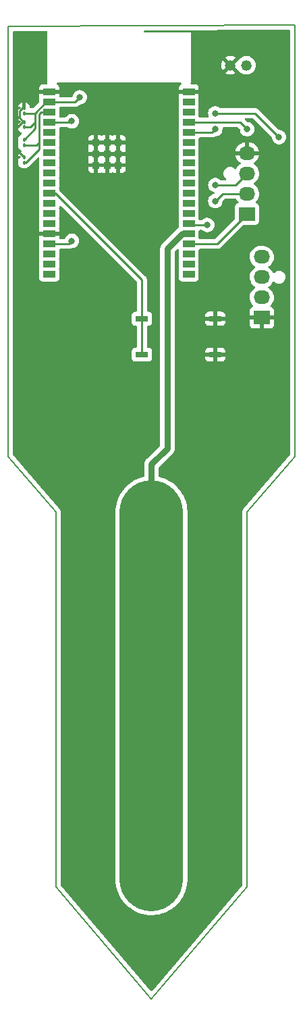
<source format=gbr>
G04 #@! TF.GenerationSoftware,KiCad,Pcbnew,7.0.8*
G04 #@! TF.CreationDate,2024-01-24T14:29:51-05:00*
G04 #@! TF.ProjectId,ESP32 Soil Moisture Sensor,45535033-3220-4536-9f69-6c204d6f6973,rev?*
G04 #@! TF.SameCoordinates,Original*
G04 #@! TF.FileFunction,Copper,L1,Top*
G04 #@! TF.FilePolarity,Positive*
%FSLAX46Y46*%
G04 Gerber Fmt 4.6, Leading zero omitted, Abs format (unit mm)*
G04 Created by KiCad (PCBNEW 7.0.8) date 2024-01-24 14:29:51*
%MOMM*%
%LPD*%
G01*
G04 APERTURE LIST*
G04 Aperture macros list*
%AMRoundRect*
0 Rectangle with rounded corners*
0 $1 Rounding radius*
0 $2 $3 $4 $5 $6 $7 $8 $9 X,Y pos of 4 corners*
0 Add a 4 corners polygon primitive as box body*
4,1,4,$2,$3,$4,$5,$6,$7,$8,$9,$2,$3,0*
0 Add four circle primitives for the rounded corners*
1,1,$1+$1,$2,$3*
1,1,$1+$1,$4,$5*
1,1,$1+$1,$6,$7*
1,1,$1+$1,$8,$9*
0 Add four rect primitives between the rounded corners*
20,1,$1+$1,$2,$3,$4,$5,0*
20,1,$1+$1,$4,$5,$6,$7,0*
20,1,$1+$1,$6,$7,$8,$9,0*
20,1,$1+$1,$8,$9,$2,$3,0*%
G04 Aperture macros list end*
G04 #@! TA.AperFunction,NonConductor*
%ADD10C,0.200000*%
G04 #@! TD*
G04 #@! TA.AperFunction,SMDPad,CuDef*
%ADD11R,1.524000X0.762000*%
G04 #@! TD*
G04 #@! TA.AperFunction,ComponentPad*
%ADD12R,2.030000X1.730000*%
G04 #@! TD*
G04 #@! TA.AperFunction,ComponentPad*
%ADD13O,2.030000X1.730000*%
G04 #@! TD*
G04 #@! TA.AperFunction,ComponentPad*
%ADD14C,1.320800*%
G04 #@! TD*
G04 #@! TA.AperFunction,SMDPad,CuDef*
%ADD15RoundRect,0.100000X0.100000X-0.130000X0.100000X0.130000X-0.100000X0.130000X-0.100000X-0.130000X0*%
G04 #@! TD*
G04 #@! TA.AperFunction,SMDPad,CuDef*
%ADD16R,1.500000X0.900000*%
G04 #@! TD*
G04 #@! TA.AperFunction,SMDPad,CuDef*
%ADD17R,0.900000X0.900000*%
G04 #@! TD*
G04 #@! TA.AperFunction,SMDPad,CuDef*
%ADD18RoundRect,0.100000X-0.100000X0.130000X-0.100000X-0.130000X0.100000X-0.130000X0.100000X0.130000X0*%
G04 #@! TD*
G04 #@! TA.AperFunction,ViaPad*
%ADD19C,0.800000*%
G04 #@! TD*
G04 #@! TA.AperFunction,Conductor*
%ADD20C,0.250000*%
G04 #@! TD*
G04 #@! TA.AperFunction,Conductor*
%ADD21C,0.800000*%
G04 #@! TD*
G04 #@! TA.AperFunction,Conductor*
%ADD22C,8.000000*%
G04 #@! TD*
G04 APERTURE END LIST*
D10*
X167000000Y-58942796D02*
X167000000Y-110000000D01*
X131000000Y-59092796D02*
X167000000Y-58942796D01*
X131000000Y-110000000D02*
X131000000Y-59092796D01*
X149000000Y-181000000D02*
X161000000Y-167000000D01*
X137000000Y-167000000D02*
X149000000Y-181000000D01*
X161000000Y-120000000D02*
X161000000Y-167000000D01*
X167000000Y-113000000D02*
X161000000Y-120000000D01*
X167000000Y-110000000D02*
X167000000Y-113000000D01*
X137000000Y-120000000D02*
X137000000Y-167000000D01*
X131000000Y-113000000D02*
X137000000Y-120000000D01*
X131000000Y-110000000D02*
X131000000Y-113000000D01*
D11*
X147802600Y-95752100D03*
X147802600Y-100247900D03*
X156997400Y-100247900D03*
X156997400Y-95752100D03*
D12*
X162840000Y-95620000D03*
D13*
X162840000Y-93080000D03*
X162840000Y-90540000D03*
X162840000Y-88000000D03*
D14*
X160895101Y-63982600D03*
X158895099Y-63982600D03*
D12*
X161000000Y-82620000D03*
D13*
X161000000Y-80080000D03*
X161000000Y-77540000D03*
X161000000Y-75000000D03*
D15*
X133005000Y-76175000D03*
X133005000Y-75535000D03*
D16*
X136170000Y-67310000D03*
X136170000Y-68580000D03*
X136170000Y-69850000D03*
X136170000Y-71120000D03*
X136170000Y-72390000D03*
X136170000Y-73660000D03*
X136170000Y-74930000D03*
X136170000Y-76200000D03*
X136170000Y-77470000D03*
X136170000Y-78740000D03*
X136170000Y-80010000D03*
X136170000Y-81280000D03*
X136170000Y-82550000D03*
X136170000Y-83820000D03*
X136170000Y-85090000D03*
X136170000Y-86360000D03*
X136170000Y-87630000D03*
X136170000Y-88900000D03*
X136170000Y-90170000D03*
X153670000Y-90170000D03*
X153670000Y-88900000D03*
X153670000Y-87630000D03*
X153670000Y-86360000D03*
X153670000Y-85090000D03*
X153670000Y-83820000D03*
X153670000Y-82550000D03*
X153670000Y-81280000D03*
X153670000Y-80010000D03*
X153670000Y-78740000D03*
X153670000Y-77470000D03*
X153670000Y-76200000D03*
X153670000Y-74930000D03*
X153670000Y-73660000D03*
X153670000Y-72390000D03*
X153670000Y-71120000D03*
X153670000Y-69850000D03*
X153670000Y-68580000D03*
X153670000Y-67310000D03*
D17*
X142015000Y-73705000D03*
X142020000Y-75105000D03*
X142020000Y-76505000D03*
X143420000Y-73705000D03*
X143420000Y-75105000D03*
X143420000Y-76505000D03*
X144820000Y-73705000D03*
X144820000Y-75105000D03*
X144820000Y-76505000D03*
D15*
X133005000Y-71750000D03*
X133005000Y-71110000D03*
D18*
X133005000Y-73340000D03*
X133005000Y-73980000D03*
D15*
X133005000Y-70000000D03*
X133005000Y-69360000D03*
D19*
X157000000Y-72000000D03*
X157000000Y-70000000D03*
X165000000Y-73000000D03*
X161000000Y-72000000D03*
X156000000Y-84000000D03*
X140000000Y-68000000D03*
X139000000Y-71000000D03*
X157000000Y-79000000D03*
X139000000Y-86000000D03*
X157000000Y-81000000D03*
D20*
X133005000Y-69005000D02*
X133000000Y-69000000D01*
X133005000Y-69360000D02*
X133005000Y-69005000D01*
X132080000Y-74610000D02*
X133005000Y-75535000D01*
X156610000Y-72390000D02*
X153670000Y-72390000D01*
X157000000Y-72000000D02*
X156610000Y-72390000D01*
X162000000Y-70000000D02*
X157000000Y-70000000D01*
X165000000Y-73000000D02*
X162000000Y-70000000D01*
X154420000Y-72390000D02*
X153670000Y-72390000D01*
X160120000Y-71120000D02*
X153670000Y-71120000D01*
X161000000Y-72000000D02*
X160120000Y-71120000D01*
X153850000Y-84000000D02*
X153670000Y-83820000D01*
X156000000Y-84000000D02*
X153850000Y-84000000D01*
X139420000Y-68580000D02*
X136170000Y-68580000D01*
X140000000Y-68000000D02*
X139420000Y-68580000D01*
D21*
X151000000Y-112000000D02*
X149000000Y-114000000D01*
X151000000Y-86981472D02*
X151000000Y-112000000D01*
X149000000Y-114000000D02*
X149000000Y-120000000D01*
X152891472Y-85090000D02*
X151000000Y-86981472D01*
X153670000Y-85090000D02*
X152891472Y-85090000D01*
D22*
X149000000Y-120000000D02*
X149000000Y-166000000D01*
D20*
X147802600Y-100247900D02*
X147802600Y-95752100D01*
X147802600Y-90892600D02*
X147802600Y-95752100D01*
X136920000Y-80010000D02*
X136170000Y-80010000D01*
X147802600Y-90892600D02*
X136920000Y-80010000D01*
X154175000Y-67310000D02*
X153670000Y-67310000D01*
X138880000Y-71120000D02*
X136170000Y-71120000D01*
X139000000Y-71000000D02*
X138880000Y-71120000D01*
X159540000Y-79000000D02*
X157000000Y-79000000D01*
X161000000Y-77540000D02*
X159540000Y-79000000D01*
X138640000Y-86360000D02*
X136170000Y-86360000D01*
X139000000Y-86000000D02*
X138640000Y-86360000D01*
X157920000Y-80080000D02*
X157000000Y-81000000D01*
X161000000Y-80080000D02*
X157920000Y-80080000D01*
X157260000Y-86360000D02*
X153670000Y-86360000D01*
X161000000Y-82620000D02*
X157260000Y-86360000D01*
X143420000Y-76505000D02*
X143420000Y-75105000D01*
X142015000Y-73705000D02*
X142015000Y-75100000D01*
X144820000Y-76505000D02*
X144820000Y-75105000D01*
X142020000Y-75105000D02*
X143420000Y-75105000D01*
X132805000Y-69360000D02*
X133005000Y-69360000D01*
X132480000Y-70585000D02*
X132480000Y-69685000D01*
X143420000Y-75105000D02*
X144820000Y-75105000D01*
X133005000Y-71110000D02*
X132480000Y-70585000D01*
X132805000Y-71110000D02*
X132080000Y-71835000D01*
X142020000Y-76505000D02*
X143420000Y-76505000D01*
X143420000Y-76505000D02*
X144820000Y-76505000D01*
X144820000Y-73705000D02*
X144820000Y-75105000D01*
X142015000Y-75100000D02*
X142020000Y-75105000D01*
X144820000Y-73705000D02*
X143420000Y-73705000D01*
X142015000Y-73705000D02*
X143420000Y-73705000D01*
X132080000Y-71835000D02*
X132080000Y-74610000D01*
X143420000Y-75105000D02*
X143420000Y-73705000D01*
X142020000Y-76505000D02*
X142020000Y-75105000D01*
X132480000Y-69685000D02*
X132805000Y-69360000D01*
X133005000Y-71110000D02*
X132805000Y-71110000D01*
X134883388Y-73660000D02*
X134883388Y-74496612D01*
X135146776Y-69850000D02*
X134883388Y-70113388D01*
X136170000Y-69850000D02*
X135146776Y-69850000D01*
X134883388Y-74496612D02*
X133205000Y-76175000D01*
X133205000Y-76175000D02*
X133005000Y-76175000D01*
X134883388Y-70113388D02*
X134883388Y-73660000D01*
X133005000Y-73980000D02*
X134563388Y-73980000D01*
X134563388Y-73980000D02*
X134883388Y-73660000D01*
X134433388Y-71120000D02*
X134433388Y-69926992D01*
X133005000Y-70000000D02*
X134360380Y-70000000D01*
X134360380Y-70000000D02*
X135780380Y-68580000D01*
X133005000Y-73340000D02*
X134433388Y-71911612D01*
X135780380Y-68580000D02*
X136170000Y-68580000D01*
X133005000Y-71750000D02*
X133803388Y-71750000D01*
X133803388Y-71750000D02*
X134433388Y-71120000D01*
X134433388Y-69926992D02*
X134360380Y-70000000D01*
X134433388Y-71911612D02*
X134433388Y-71120000D01*
G04 #@! TA.AperFunction,Conductor*
G36*
X166342104Y-59565726D02*
G01*
X166388079Y-59618339D01*
X166399500Y-59670320D01*
X166399500Y-112731989D01*
X166379815Y-112799028D01*
X166369648Y-112812687D01*
X160593201Y-119551874D01*
X160574551Y-119569543D01*
X160571719Y-119571716D01*
X160534498Y-119620221D01*
X160532389Y-119622821D01*
X160518456Y-119639078D01*
X160518444Y-119639094D01*
X160510849Y-119650743D01*
X160508104Y-119654620D01*
X160475462Y-119697160D01*
X160470927Y-119708108D01*
X160460252Y-119728354D01*
X160453782Y-119738279D01*
X160453780Y-119738284D01*
X160437124Y-119789237D01*
X160435474Y-119793699D01*
X160414956Y-119843235D01*
X160414955Y-119843238D01*
X160413409Y-119854981D01*
X160408337Y-119877306D01*
X160404655Y-119888570D01*
X160404655Y-119888574D01*
X160401755Y-119942101D01*
X160401316Y-119946833D01*
X160399500Y-119960638D01*
X160399500Y-119982064D01*
X160399409Y-119985412D01*
X160396102Y-120046454D01*
X160396102Y-120046458D01*
X160396103Y-120046459D01*
X160396836Y-120049938D01*
X160399500Y-120075502D01*
X160399500Y-166731989D01*
X160379815Y-166799028D01*
X160369648Y-166812687D01*
X149094148Y-179967437D01*
X149035573Y-180005527D01*
X148965705Y-180005902D01*
X148906725Y-179968444D01*
X148905852Y-179967437D01*
X137630352Y-166812687D01*
X137601669Y-166748976D01*
X137600500Y-166731989D01*
X137600500Y-166105533D01*
X144499500Y-166105533D01*
X144514345Y-166421897D01*
X144514345Y-166421902D01*
X144514346Y-166421907D01*
X144573559Y-166840075D01*
X144671681Y-167250903D01*
X144671684Y-167250911D01*
X144807828Y-167650697D01*
X144807835Y-167650714D01*
X144980826Y-168036012D01*
X144980828Y-168036016D01*
X145189143Y-168403429D01*
X145189148Y-168403437D01*
X145430937Y-168749707D01*
X145430946Y-168749719D01*
X145430948Y-168749722D01*
X145430950Y-168749724D01*
X145704121Y-169071852D01*
X146006256Y-169366986D01*
X146006260Y-169366989D01*
X146006265Y-169366994D01*
X146175240Y-169503608D01*
X146334700Y-169632530D01*
X146686567Y-169866151D01*
X146686574Y-169866155D01*
X146686573Y-169866155D01*
X147058753Y-170065791D01*
X147058762Y-170065795D01*
X147058764Y-170065796D01*
X147448021Y-170229711D01*
X147850917Y-170356456D01*
X148263911Y-170444915D01*
X148683374Y-170494313D01*
X149105619Y-170504214D01*
X149105620Y-170504213D01*
X149105625Y-170504214D01*
X149105628Y-170504213D01*
X149526937Y-170474532D01*
X149943623Y-170405528D01*
X150352017Y-170297807D01*
X150748529Y-170152318D01*
X151129675Y-169970338D01*
X151492106Y-169753466D01*
X151832636Y-169503609D01*
X152148272Y-169222961D01*
X152436241Y-168913991D01*
X152562812Y-168749707D01*
X152694006Y-168579421D01*
X152694011Y-168579414D01*
X152694013Y-168579412D01*
X152919321Y-168222165D01*
X153110187Y-167845390D01*
X153264931Y-167452397D01*
X153269001Y-167438316D01*
X153286303Y-167378446D01*
X153382196Y-167046641D01*
X153421400Y-166840075D01*
X153460947Y-166631699D01*
X153460949Y-166631682D01*
X153500500Y-166211177D01*
X153500500Y-119894464D01*
X153498096Y-119843235D01*
X153485655Y-119578103D01*
X153426438Y-119159913D01*
X153328321Y-118749106D01*
X153259704Y-118547612D01*
X153192171Y-118349302D01*
X153192164Y-118349285D01*
X153019173Y-117963987D01*
X153019171Y-117963983D01*
X152810856Y-117596570D01*
X152810851Y-117596562D01*
X152569062Y-117250292D01*
X152569053Y-117250280D01*
X152569050Y-117250276D01*
X152295879Y-116928148D01*
X151993744Y-116633014D01*
X151993739Y-116633010D01*
X151993734Y-116633005D01*
X151665312Y-116367480D01*
X151665300Y-116367470D01*
X151665293Y-116367465D01*
X151665290Y-116367463D01*
X151313425Y-116133844D01*
X151313426Y-116133844D01*
X150941246Y-115934208D01*
X150941228Y-115934200D01*
X150551977Y-115770288D01*
X150551971Y-115770286D01*
X150149086Y-115643544D01*
X149998529Y-115611296D01*
X149937099Y-115578007D01*
X149903419Y-115516791D01*
X149900500Y-115490046D01*
X149900500Y-114424360D01*
X149920185Y-114357321D01*
X149936814Y-114336684D01*
X151579737Y-112693760D01*
X151594525Y-112681130D01*
X151605871Y-112672888D01*
X151652347Y-112621270D01*
X151654570Y-112618928D01*
X151670119Y-112603380D01*
X151683982Y-112586260D01*
X151686049Y-112583841D01*
X151732533Y-112532216D01*
X151739538Y-112520080D01*
X151750570Y-112504031D01*
X151759381Y-112493151D01*
X151759383Y-112493149D01*
X151790934Y-112431222D01*
X151792425Y-112428476D01*
X151827179Y-112368284D01*
X151831510Y-112354950D01*
X151838956Y-112336976D01*
X151845320Y-112324488D01*
X151863304Y-112257368D01*
X151864216Y-112254295D01*
X151885674Y-112188256D01*
X151887138Y-112174313D01*
X151890683Y-112155187D01*
X151894313Y-112141646D01*
X151897947Y-112072284D01*
X151898201Y-112069064D01*
X151900499Y-112047199D01*
X151900500Y-112047191D01*
X151900500Y-112025201D01*
X151900585Y-112021956D01*
X151904219Y-111952612D01*
X151902027Y-111938772D01*
X151900500Y-111919373D01*
X151900500Y-100497900D01*
X155735400Y-100497900D01*
X155735400Y-100676744D01*
X155741801Y-100736272D01*
X155741803Y-100736279D01*
X155792045Y-100870986D01*
X155792049Y-100870993D01*
X155878209Y-100986087D01*
X155878212Y-100986090D01*
X155993306Y-101072250D01*
X155993313Y-101072254D01*
X156128020Y-101122496D01*
X156128027Y-101122498D01*
X156187555Y-101128899D01*
X156187572Y-101128900D01*
X156747400Y-101128900D01*
X156747400Y-100497900D01*
X157247400Y-100497900D01*
X157247400Y-101128900D01*
X157807228Y-101128900D01*
X157807244Y-101128899D01*
X157866772Y-101122498D01*
X157866779Y-101122496D01*
X158001486Y-101072254D01*
X158001493Y-101072250D01*
X158116587Y-100986090D01*
X158116590Y-100986087D01*
X158202750Y-100870993D01*
X158202754Y-100870986D01*
X158252996Y-100736279D01*
X158252998Y-100736272D01*
X158259399Y-100676744D01*
X158259400Y-100676727D01*
X158259400Y-100497900D01*
X157247400Y-100497900D01*
X156747400Y-100497900D01*
X155735400Y-100497900D01*
X151900500Y-100497900D01*
X151900500Y-99997900D01*
X155735400Y-99997900D01*
X156747400Y-99997900D01*
X156747400Y-99366900D01*
X157247400Y-99366900D01*
X157247400Y-99997900D01*
X158259400Y-99997900D01*
X158259400Y-99819072D01*
X158259399Y-99819055D01*
X158252998Y-99759527D01*
X158252996Y-99759520D01*
X158202754Y-99624813D01*
X158202750Y-99624806D01*
X158116590Y-99509712D01*
X158116587Y-99509709D01*
X158001493Y-99423549D01*
X158001486Y-99423545D01*
X157866779Y-99373303D01*
X157866772Y-99373301D01*
X157807244Y-99366900D01*
X157247400Y-99366900D01*
X156747400Y-99366900D01*
X156187555Y-99366900D01*
X156128027Y-99373301D01*
X156128020Y-99373303D01*
X155993313Y-99423545D01*
X155993306Y-99423549D01*
X155878212Y-99509709D01*
X155878209Y-99509712D01*
X155792049Y-99624806D01*
X155792045Y-99624813D01*
X155741803Y-99759520D01*
X155741801Y-99759527D01*
X155735400Y-99819055D01*
X155735400Y-99997900D01*
X151900500Y-99997900D01*
X151900500Y-96002100D01*
X155735400Y-96002100D01*
X155735400Y-96180944D01*
X155741801Y-96240472D01*
X155741803Y-96240479D01*
X155792045Y-96375186D01*
X155792049Y-96375193D01*
X155878209Y-96490287D01*
X155878212Y-96490290D01*
X155993306Y-96576450D01*
X155993313Y-96576454D01*
X156128020Y-96626696D01*
X156128027Y-96626698D01*
X156187555Y-96633099D01*
X156187572Y-96633100D01*
X156747400Y-96633100D01*
X156747400Y-96002100D01*
X157247400Y-96002100D01*
X157247400Y-96633100D01*
X157807228Y-96633100D01*
X157807244Y-96633099D01*
X157866772Y-96626698D01*
X157866779Y-96626696D01*
X158001486Y-96576454D01*
X158001493Y-96576450D01*
X158116587Y-96490290D01*
X158116590Y-96490287D01*
X158202750Y-96375193D01*
X158202754Y-96375186D01*
X158252996Y-96240479D01*
X158252998Y-96240472D01*
X158259399Y-96180944D01*
X158259400Y-96180927D01*
X158259400Y-96002100D01*
X157247400Y-96002100D01*
X156747400Y-96002100D01*
X155735400Y-96002100D01*
X151900500Y-96002100D01*
X151900500Y-95502100D01*
X155735400Y-95502100D01*
X156747400Y-95502100D01*
X156747400Y-94871100D01*
X157247400Y-94871100D01*
X157247400Y-95502100D01*
X158259400Y-95502100D01*
X158259400Y-95323272D01*
X158259399Y-95323255D01*
X158252998Y-95263727D01*
X158252996Y-95263720D01*
X158202754Y-95129013D01*
X158202750Y-95129006D01*
X158116590Y-95013912D01*
X158116587Y-95013909D01*
X158001493Y-94927749D01*
X158001486Y-94927745D01*
X157866779Y-94877503D01*
X157866772Y-94877501D01*
X157807244Y-94871100D01*
X157247400Y-94871100D01*
X156747400Y-94871100D01*
X156187555Y-94871100D01*
X156128027Y-94877501D01*
X156128020Y-94877503D01*
X155993313Y-94927745D01*
X155993306Y-94927749D01*
X155878212Y-95013909D01*
X155878209Y-95013912D01*
X155792049Y-95129006D01*
X155792045Y-95129013D01*
X155741803Y-95263720D01*
X155741801Y-95263727D01*
X155735400Y-95323255D01*
X155735400Y-95502100D01*
X151900500Y-95502100D01*
X151900500Y-93021837D01*
X161320798Y-93021837D01*
X161330662Y-93254066D01*
X161330662Y-93254067D01*
X161379634Y-93481296D01*
X161466299Y-93696972D01*
X161588172Y-93894907D01*
X161667827Y-93985412D01*
X161735712Y-94062545D01*
X161744034Y-94072000D01*
X161773549Y-94135330D01*
X161764140Y-94204563D01*
X161718794Y-94257719D01*
X161694285Y-94270106D01*
X161582912Y-94311646D01*
X161582906Y-94311649D01*
X161467812Y-94397809D01*
X161467809Y-94397812D01*
X161381649Y-94512906D01*
X161381645Y-94512913D01*
X161331403Y-94647620D01*
X161331401Y-94647627D01*
X161325000Y-94707155D01*
X161325000Y-95370000D01*
X162394428Y-95370000D01*
X162371318Y-95405960D01*
X162330000Y-95546673D01*
X162330000Y-95693327D01*
X162371318Y-95834040D01*
X162394428Y-95870000D01*
X161325000Y-95870000D01*
X161325000Y-96532844D01*
X161331401Y-96592372D01*
X161331403Y-96592379D01*
X161381645Y-96727086D01*
X161381649Y-96727093D01*
X161467809Y-96842187D01*
X161467812Y-96842190D01*
X161582906Y-96928350D01*
X161582913Y-96928354D01*
X161717620Y-96978596D01*
X161717627Y-96978598D01*
X161777155Y-96984999D01*
X161777172Y-96985000D01*
X162590000Y-96985000D01*
X162590000Y-96066494D01*
X162694839Y-96114373D01*
X162803527Y-96130000D01*
X162876473Y-96130000D01*
X162985161Y-96114373D01*
X163090000Y-96066494D01*
X163090000Y-96985000D01*
X163902828Y-96985000D01*
X163902844Y-96984999D01*
X163962372Y-96978598D01*
X163962379Y-96978596D01*
X164097086Y-96928354D01*
X164097093Y-96928350D01*
X164212187Y-96842190D01*
X164212190Y-96842187D01*
X164298350Y-96727093D01*
X164298354Y-96727086D01*
X164348596Y-96592379D01*
X164348598Y-96592372D01*
X164354999Y-96532844D01*
X164355000Y-96532827D01*
X164355000Y-95870000D01*
X163285572Y-95870000D01*
X163308682Y-95834040D01*
X163350000Y-95693327D01*
X163350000Y-95546673D01*
X163308682Y-95405960D01*
X163285572Y-95370000D01*
X164355000Y-95370000D01*
X164355000Y-94707172D01*
X164354999Y-94707155D01*
X164348598Y-94647627D01*
X164348596Y-94647620D01*
X164298354Y-94512913D01*
X164298350Y-94512906D01*
X164212190Y-94397812D01*
X164212187Y-94397809D01*
X164097093Y-94311649D01*
X164097086Y-94311645D01*
X163980737Y-94268250D01*
X163924803Y-94226379D01*
X163900386Y-94160915D01*
X163915238Y-94092642D01*
X163938267Y-94062548D01*
X164018749Y-93985413D01*
X164156967Y-93798530D01*
X164261613Y-93590976D01*
X164329678Y-93368723D01*
X164359202Y-93138163D01*
X164349337Y-92905930D01*
X164300366Y-92678705D01*
X164213699Y-92463024D01*
X164091827Y-92265093D01*
X163938259Y-92090605D01*
X163938256Y-92090602D01*
X163938253Y-92090599D01*
X163757416Y-91944584D01*
X163757410Y-91944580D01*
X163710370Y-91918302D01*
X163661444Y-91868422D01*
X163647251Y-91800009D01*
X163672298Y-91734784D01*
X163701407Y-91707313D01*
X163748594Y-91675420D01*
X163850936Y-91606249D01*
X164018749Y-91445413D01*
X164156967Y-91258530D01*
X164223746Y-91126080D01*
X164271501Y-91075083D01*
X164339250Y-91057999D01*
X164405481Y-91080255D01*
X164422148Y-91094226D01*
X164497738Y-91169816D01*
X164550633Y-91203052D01*
X164638928Y-91258532D01*
X164650478Y-91265789D01*
X164820745Y-91325368D01*
X164820750Y-91325369D01*
X164911246Y-91335565D01*
X164955040Y-91340499D01*
X164955043Y-91340500D01*
X164955046Y-91340500D01*
X165044957Y-91340500D01*
X165044958Y-91340499D01*
X165112104Y-91332934D01*
X165179249Y-91325369D01*
X165179252Y-91325368D01*
X165179255Y-91325368D01*
X165349522Y-91265789D01*
X165502262Y-91169816D01*
X165629816Y-91042262D01*
X165725789Y-90889522D01*
X165785368Y-90719255D01*
X165785369Y-90719249D01*
X165805565Y-90540003D01*
X165805565Y-90539996D01*
X165785369Y-90360750D01*
X165785368Y-90360745D01*
X165725788Y-90190476D01*
X165629815Y-90037737D01*
X165502262Y-89910184D01*
X165349523Y-89814211D01*
X165179254Y-89754631D01*
X165179249Y-89754630D01*
X165044960Y-89739500D01*
X165044954Y-89739500D01*
X164955046Y-89739500D01*
X164955039Y-89739500D01*
X164820750Y-89754630D01*
X164820745Y-89754631D01*
X164650476Y-89814211D01*
X164497739Y-89910183D01*
X164424181Y-89983741D01*
X164362857Y-90017225D01*
X164293166Y-90012240D01*
X164237232Y-89970369D01*
X164221442Y-89942293D01*
X164213700Y-89923027D01*
X164213699Y-89923024D01*
X164091827Y-89725093D01*
X163938259Y-89550605D01*
X163938256Y-89550602D01*
X163938253Y-89550599D01*
X163757416Y-89404584D01*
X163757410Y-89404580D01*
X163745402Y-89397872D01*
X163710369Y-89378301D01*
X163661444Y-89328422D01*
X163647251Y-89260009D01*
X163672298Y-89194784D01*
X163701407Y-89167313D01*
X163748594Y-89135420D01*
X163850936Y-89066249D01*
X164018749Y-88905413D01*
X164156967Y-88718530D01*
X164261613Y-88510976D01*
X164329678Y-88288723D01*
X164359202Y-88058163D01*
X164349337Y-87825930D01*
X164300366Y-87598705D01*
X164213699Y-87383024D01*
X164091827Y-87185093D01*
X163938259Y-87010605D01*
X163938256Y-87010602D01*
X163938253Y-87010599D01*
X163757416Y-86864584D01*
X163757410Y-86864579D01*
X163554488Y-86751220D01*
X163335323Y-86673784D01*
X163335313Y-86673781D01*
X163106230Y-86634500D01*
X163106221Y-86634500D01*
X162631993Y-86634500D01*
X162631987Y-86634500D01*
X162458399Y-86649273D01*
X162233453Y-86707845D01*
X162233449Y-86707846D01*
X162021654Y-86803583D01*
X162021642Y-86803590D01*
X161829065Y-86933749D01*
X161661251Y-87094586D01*
X161523035Y-87281467D01*
X161523032Y-87281471D01*
X161418387Y-87489022D01*
X161350321Y-87711278D01*
X161320798Y-87941837D01*
X161330662Y-88174066D01*
X161330662Y-88174067D01*
X161379634Y-88401296D01*
X161466299Y-88616972D01*
X161588170Y-88814903D01*
X161588171Y-88814905D01*
X161588173Y-88814907D01*
X161741741Y-88989395D01*
X161741743Y-88989396D01*
X161741746Y-88989400D01*
X161922583Y-89135415D01*
X161922593Y-89135422D01*
X161969630Y-89161699D01*
X162018556Y-89211578D01*
X162032748Y-89279992D01*
X162007700Y-89345217D01*
X161978592Y-89372687D01*
X161829065Y-89473749D01*
X161661251Y-89634586D01*
X161523035Y-89821467D01*
X161523032Y-89821471D01*
X161418387Y-90029022D01*
X161350321Y-90251278D01*
X161320798Y-90481837D01*
X161330662Y-90714066D01*
X161330662Y-90714067D01*
X161379634Y-90941296D01*
X161453887Y-91126083D01*
X161466301Y-91156976D01*
X161522715Y-91248598D01*
X161588170Y-91354903D01*
X161588171Y-91354905D01*
X161588173Y-91354907D01*
X161741741Y-91529395D01*
X161741743Y-91529396D01*
X161741746Y-91529400D01*
X161922583Y-91675415D01*
X161922593Y-91675422D01*
X161969630Y-91701699D01*
X162018556Y-91751578D01*
X162032748Y-91819992D01*
X162007700Y-91885217D01*
X161978592Y-91912687D01*
X161829065Y-92013749D01*
X161661251Y-92174586D01*
X161523035Y-92361467D01*
X161523032Y-92361471D01*
X161418387Y-92569022D01*
X161350321Y-92791278D01*
X161320798Y-93021837D01*
X151900500Y-93021837D01*
X151900500Y-87405832D01*
X151920185Y-87338793D01*
X151936815Y-87318155D01*
X152207819Y-87047150D01*
X152269142Y-87013666D01*
X152338834Y-87018650D01*
X152394767Y-87060522D01*
X152419184Y-87125986D01*
X152419500Y-87134832D01*
X152419500Y-88127870D01*
X152419501Y-88127876D01*
X152425908Y-88187481D01*
X152438659Y-88221669D01*
X152443642Y-88291361D01*
X152438659Y-88308331D01*
X152425908Y-88342518D01*
X152419589Y-88401295D01*
X152419501Y-88402123D01*
X152419500Y-88402135D01*
X152419500Y-89397870D01*
X152419501Y-89397876D01*
X152425908Y-89457481D01*
X152438659Y-89491669D01*
X152443642Y-89561361D01*
X152438659Y-89578331D01*
X152425908Y-89612518D01*
X152423536Y-89634586D01*
X152419501Y-89672123D01*
X152419500Y-89672135D01*
X152419500Y-90667870D01*
X152419501Y-90667876D01*
X152425908Y-90727483D01*
X152476202Y-90862328D01*
X152476206Y-90862335D01*
X152562452Y-90977544D01*
X152562455Y-90977547D01*
X152677664Y-91063793D01*
X152677671Y-91063797D01*
X152812517Y-91114091D01*
X152812516Y-91114091D01*
X152819444Y-91114835D01*
X152872127Y-91120500D01*
X154467872Y-91120499D01*
X154527483Y-91114091D01*
X154662331Y-91063796D01*
X154777546Y-90977546D01*
X154863796Y-90862331D01*
X154914091Y-90727483D01*
X154920500Y-90667873D01*
X154920499Y-89672128D01*
X154914091Y-89612517D01*
X154901340Y-89578332D01*
X154896357Y-89508642D01*
X154901340Y-89491669D01*
X154914091Y-89457483D01*
X154920500Y-89397873D01*
X154920499Y-88402128D01*
X154914091Y-88342517D01*
X154901340Y-88308332D01*
X154896357Y-88238642D01*
X154901340Y-88221669D01*
X154914091Y-88187483D01*
X154920500Y-88127873D01*
X154920499Y-87132128D01*
X154920498Y-87132116D01*
X154920498Y-87132114D01*
X154919492Y-87122757D01*
X154931896Y-87053997D01*
X154979506Y-87002859D01*
X155042781Y-86985500D01*
X157177257Y-86985500D01*
X157192877Y-86987224D01*
X157192904Y-86986939D01*
X157200660Y-86987671D01*
X157200667Y-86987673D01*
X157269814Y-86985500D01*
X157299350Y-86985500D01*
X157306228Y-86984630D01*
X157312041Y-86984172D01*
X157358627Y-86982709D01*
X157377869Y-86977117D01*
X157396912Y-86973174D01*
X157416792Y-86970664D01*
X157460122Y-86953507D01*
X157465646Y-86951617D01*
X157469396Y-86950527D01*
X157510390Y-86938618D01*
X157527629Y-86928422D01*
X157545103Y-86919862D01*
X157563727Y-86912488D01*
X157563727Y-86912487D01*
X157563732Y-86912486D01*
X157601449Y-86885082D01*
X157606305Y-86881892D01*
X157646420Y-86858170D01*
X157660589Y-86843999D01*
X157675379Y-86831368D01*
X157691587Y-86819594D01*
X157721299Y-86783676D01*
X157725212Y-86779376D01*
X160482771Y-84021818D01*
X160544094Y-83988333D01*
X160570452Y-83985499D01*
X162062871Y-83985499D01*
X162062872Y-83985499D01*
X162122483Y-83979091D01*
X162257331Y-83928796D01*
X162372546Y-83842546D01*
X162458796Y-83727331D01*
X162509091Y-83592483D01*
X162515500Y-83532873D01*
X162515499Y-81707128D01*
X162509091Y-81647517D01*
X162493893Y-81606770D01*
X162458797Y-81512671D01*
X162458793Y-81512664D01*
X162372547Y-81397455D01*
X162372544Y-81397452D01*
X162257335Y-81311206D01*
X162257328Y-81311202D01*
X162141138Y-81267866D01*
X162085204Y-81225995D01*
X162060787Y-81160530D01*
X162075639Y-81092257D01*
X162098669Y-81062163D01*
X162178749Y-80985413D01*
X162316967Y-80798530D01*
X162421613Y-80590976D01*
X162489678Y-80368723D01*
X162519202Y-80138163D01*
X162509337Y-79905930D01*
X162460366Y-79678705D01*
X162373699Y-79463024D01*
X162251827Y-79265093D01*
X162098259Y-79090605D01*
X162098256Y-79090602D01*
X162098253Y-79090599D01*
X161917416Y-78944584D01*
X161917410Y-78944580D01*
X161870370Y-78918302D01*
X161821444Y-78868422D01*
X161807251Y-78800009D01*
X161832298Y-78734784D01*
X161861407Y-78707313D01*
X161973256Y-78631716D01*
X162010936Y-78606249D01*
X162178749Y-78445413D01*
X162316967Y-78258530D01*
X162421613Y-78050976D01*
X162489678Y-77828723D01*
X162519202Y-77598163D01*
X162509337Y-77365930D01*
X162460366Y-77138705D01*
X162373699Y-76923024D01*
X162251827Y-76725093D01*
X162098259Y-76550605D01*
X162098256Y-76550602D01*
X162098253Y-76550599D01*
X161917416Y-76404584D01*
X161917405Y-76404577D01*
X161869880Y-76378027D01*
X161820954Y-76328147D01*
X161806762Y-76259734D01*
X161831810Y-76194508D01*
X161860918Y-76167039D01*
X162010621Y-76065857D01*
X162010624Y-76065855D01*
X162178372Y-75905080D01*
X162178373Y-75905079D01*
X162316537Y-75718271D01*
X162421144Y-75510794D01*
X162421147Y-75510788D01*
X162489187Y-75288612D01*
X162494132Y-75250000D01*
X161445572Y-75250000D01*
X161468682Y-75214040D01*
X161510000Y-75073327D01*
X161510000Y-74926673D01*
X161468682Y-74785960D01*
X161445572Y-74750000D01*
X162492461Y-74750000D01*
X162492460Y-74749999D01*
X162459885Y-74598850D01*
X162459885Y-74598849D01*
X162373251Y-74383253D01*
X162251422Y-74185389D01*
X162097914Y-74010971D01*
X162097912Y-74010969D01*
X161917131Y-73864997D01*
X161714277Y-73751675D01*
X161495201Y-73674271D01*
X161495189Y-73674268D01*
X161266187Y-73635000D01*
X161250000Y-73635000D01*
X161250000Y-74553505D01*
X161145161Y-74505627D01*
X161036473Y-74490000D01*
X160963527Y-74490000D01*
X160854839Y-74505627D01*
X160750000Y-74553505D01*
X160750000Y-73638575D01*
X160618484Y-73649768D01*
X160393620Y-73708318D01*
X160181895Y-73804023D01*
X160181887Y-73804028D01*
X159989378Y-73934142D01*
X159989375Y-73934144D01*
X159821627Y-74094919D01*
X159821626Y-74094920D01*
X159683462Y-74281728D01*
X159578855Y-74489205D01*
X159578852Y-74489211D01*
X159510812Y-74711387D01*
X159505868Y-74750000D01*
X160554428Y-74750000D01*
X160531318Y-74785960D01*
X160490000Y-74926673D01*
X160490000Y-75073327D01*
X160531318Y-75214040D01*
X160554428Y-75250000D01*
X159507539Y-75250000D01*
X159540114Y-75401149D01*
X159540114Y-75401150D01*
X159626748Y-75616746D01*
X159748577Y-75814610D01*
X159902085Y-75989028D01*
X159902087Y-75989030D01*
X160082870Y-76135003D01*
X160082870Y-76135004D01*
X160130093Y-76161384D01*
X160179020Y-76211264D01*
X160193212Y-76279677D01*
X160168164Y-76344903D01*
X160139056Y-76372373D01*
X159989065Y-76473749D01*
X159821251Y-76634586D01*
X159683035Y-76821467D01*
X159683032Y-76821471D01*
X159616255Y-76953917D01*
X159568497Y-77004916D01*
X159500748Y-77022000D01*
X159434518Y-76999743D01*
X159417851Y-76985773D01*
X159342262Y-76910184D01*
X159189523Y-76814211D01*
X159019254Y-76754631D01*
X159019249Y-76754630D01*
X158884960Y-76739500D01*
X158884954Y-76739500D01*
X158795046Y-76739500D01*
X158795039Y-76739500D01*
X158660750Y-76754630D01*
X158660745Y-76754631D01*
X158490476Y-76814211D01*
X158337737Y-76910184D01*
X158210184Y-77037737D01*
X158114211Y-77190476D01*
X158054631Y-77360745D01*
X158054630Y-77360750D01*
X158034435Y-77539996D01*
X158034435Y-77540003D01*
X158054630Y-77719249D01*
X158054631Y-77719254D01*
X158114211Y-77889523D01*
X158210184Y-78042262D01*
X158330741Y-78162819D01*
X158364226Y-78224142D01*
X158359242Y-78293834D01*
X158317370Y-78349767D01*
X158251906Y-78374184D01*
X158243060Y-78374500D01*
X157703748Y-78374500D01*
X157636709Y-78354815D01*
X157611600Y-78333474D01*
X157605873Y-78327114D01*
X157605869Y-78327110D01*
X157452734Y-78215851D01*
X157452729Y-78215848D01*
X157279807Y-78138857D01*
X157279802Y-78138855D01*
X157134001Y-78107865D01*
X157094646Y-78099500D01*
X156905354Y-78099500D01*
X156872897Y-78106398D01*
X156720197Y-78138855D01*
X156720192Y-78138857D01*
X156547270Y-78215848D01*
X156547265Y-78215851D01*
X156394129Y-78327111D01*
X156267466Y-78467785D01*
X156172821Y-78631715D01*
X156172818Y-78631722D01*
X156138803Y-78736411D01*
X156114326Y-78811744D01*
X156094540Y-79000000D01*
X156114326Y-79188256D01*
X156114327Y-79188259D01*
X156172818Y-79368277D01*
X156172821Y-79368284D01*
X156267467Y-79532216D01*
X156351828Y-79625908D01*
X156394129Y-79672888D01*
X156547265Y-79784148D01*
X156547270Y-79784151D01*
X156720192Y-79861142D01*
X156720197Y-79861144D01*
X156802839Y-79878710D01*
X156864321Y-79911902D01*
X156898097Y-79973065D01*
X156893445Y-80042780D01*
X156851840Y-80098912D01*
X156802839Y-80121290D01*
X156720197Y-80138855D01*
X156720192Y-80138857D01*
X156547270Y-80215848D01*
X156547265Y-80215851D01*
X156394129Y-80327111D01*
X156267466Y-80467785D01*
X156172821Y-80631715D01*
X156172818Y-80631722D01*
X156118619Y-80798532D01*
X156114326Y-80811744D01*
X156094540Y-81000000D01*
X156114326Y-81188256D01*
X156114327Y-81188259D01*
X156172818Y-81368277D01*
X156172821Y-81368284D01*
X156267467Y-81532216D01*
X156329164Y-81600737D01*
X156394129Y-81672888D01*
X156547265Y-81784148D01*
X156547270Y-81784151D01*
X156720192Y-81861142D01*
X156720197Y-81861144D01*
X156905354Y-81900500D01*
X156905355Y-81900500D01*
X157094644Y-81900500D01*
X157094646Y-81900500D01*
X157279803Y-81861144D01*
X157452730Y-81784151D01*
X157605871Y-81672888D01*
X157732533Y-81532216D01*
X157827179Y-81368284D01*
X157885674Y-81188256D01*
X157903321Y-81020344D01*
X157929904Y-80955734D01*
X157938941Y-80945648D01*
X158142773Y-80741816D01*
X158204095Y-80708334D01*
X158230453Y-80705500D01*
X159562279Y-80705500D01*
X159629318Y-80725185D01*
X159667868Y-80764486D01*
X159748164Y-80894895D01*
X159748169Y-80894902D01*
X159748172Y-80894905D01*
X159748173Y-80894907D01*
X159901741Y-81069395D01*
X159903682Y-81071600D01*
X159933196Y-81134930D01*
X159923786Y-81204163D01*
X159878440Y-81257318D01*
X159853932Y-81269705D01*
X159742669Y-81311203D01*
X159742664Y-81311206D01*
X159627455Y-81397452D01*
X159627452Y-81397455D01*
X159541206Y-81512664D01*
X159541202Y-81512671D01*
X159490908Y-81647517D01*
X159484501Y-81707116D01*
X159484501Y-81707123D01*
X159484500Y-81707135D01*
X159484500Y-83199546D01*
X159464815Y-83266585D01*
X159448181Y-83287227D01*
X157037228Y-85698181D01*
X156975905Y-85731666D01*
X156949547Y-85734500D01*
X155042781Y-85734500D01*
X154975742Y-85714815D01*
X154929987Y-85662011D01*
X154919492Y-85597243D01*
X154920500Y-85587873D01*
X154920499Y-84749499D01*
X154940183Y-84682461D01*
X154992987Y-84636706D01*
X155044499Y-84625500D01*
X155296252Y-84625500D01*
X155363291Y-84645185D01*
X155388400Y-84666526D01*
X155394126Y-84672885D01*
X155394130Y-84672889D01*
X155547265Y-84784148D01*
X155547270Y-84784151D01*
X155720192Y-84861142D01*
X155720197Y-84861144D01*
X155905354Y-84900500D01*
X155905355Y-84900500D01*
X156094644Y-84900500D01*
X156094646Y-84900500D01*
X156279803Y-84861144D01*
X156452730Y-84784151D01*
X156605871Y-84672888D01*
X156732533Y-84532216D01*
X156827179Y-84368284D01*
X156885674Y-84188256D01*
X156905460Y-84000000D01*
X156885674Y-83811744D01*
X156827179Y-83631716D01*
X156732533Y-83467784D01*
X156605871Y-83327112D01*
X156605870Y-83327111D01*
X156452734Y-83215851D01*
X156452729Y-83215848D01*
X156279807Y-83138857D01*
X156279802Y-83138855D01*
X156132194Y-83107481D01*
X156094646Y-83099500D01*
X155905354Y-83099500D01*
X155872897Y-83106398D01*
X155720197Y-83138855D01*
X155720192Y-83138857D01*
X155547270Y-83215848D01*
X155547265Y-83215851D01*
X155394130Y-83327110D01*
X155394126Y-83327114D01*
X155388400Y-83333474D01*
X155328913Y-83370121D01*
X155296252Y-83374500D01*
X155037514Y-83374500D01*
X154970475Y-83354815D01*
X154924720Y-83302011D01*
X154915951Y-83270050D01*
X154915876Y-83270068D01*
X154915375Y-83267951D01*
X154914224Y-83263753D01*
X154914091Y-83262518D01*
X154909761Y-83250908D01*
X154901340Y-83228332D01*
X154896357Y-83158642D01*
X154901340Y-83141669D01*
X154914091Y-83107483D01*
X154920500Y-83047873D01*
X154920499Y-82052128D01*
X154914091Y-81992517D01*
X154901340Y-81958332D01*
X154896357Y-81888642D01*
X154901340Y-81871669D01*
X154914091Y-81837483D01*
X154920500Y-81777873D01*
X154920499Y-80782128D01*
X154914091Y-80722517D01*
X154901340Y-80688332D01*
X154896357Y-80618642D01*
X154901340Y-80601669D01*
X154914091Y-80567483D01*
X154920500Y-80507873D01*
X154920499Y-79512128D01*
X154914091Y-79452517D01*
X154901340Y-79418332D01*
X154896357Y-79348642D01*
X154901340Y-79331669D01*
X154914091Y-79297483D01*
X154920500Y-79237873D01*
X154920499Y-78242128D01*
X154914091Y-78182517D01*
X154901340Y-78148332D01*
X154896357Y-78078642D01*
X154901340Y-78061669D01*
X154914091Y-78027483D01*
X154920500Y-77967873D01*
X154920499Y-76972128D01*
X154914091Y-76912517D01*
X154901340Y-76878332D01*
X154896357Y-76808642D01*
X154901340Y-76791669D01*
X154914091Y-76757483D01*
X154920500Y-76697873D01*
X154920499Y-75702128D01*
X154914091Y-75642517D01*
X154901340Y-75608332D01*
X154896357Y-75538642D01*
X154901340Y-75521669D01*
X154914091Y-75487483D01*
X154920500Y-75427873D01*
X154920499Y-74432128D01*
X154914091Y-74372517D01*
X154901340Y-74338332D01*
X154896357Y-74268642D01*
X154901340Y-74251669D01*
X154914091Y-74217483D01*
X154920500Y-74157873D01*
X154920499Y-73162128D01*
X154920498Y-73162126D01*
X154920498Y-73162114D01*
X154919492Y-73152757D01*
X154931896Y-73083997D01*
X154979506Y-73032859D01*
X155042781Y-73015500D01*
X156527257Y-73015500D01*
X156542877Y-73017224D01*
X156542904Y-73016939D01*
X156550660Y-73017671D01*
X156550667Y-73017673D01*
X156619814Y-73015500D01*
X156649350Y-73015500D01*
X156656228Y-73014630D01*
X156662041Y-73014172D01*
X156708627Y-73012709D01*
X156727869Y-73007117D01*
X156746912Y-73003174D01*
X156766792Y-73000664D01*
X156810122Y-72983507D01*
X156815646Y-72981617D01*
X156819396Y-72980527D01*
X156860390Y-72968618D01*
X156877629Y-72958422D01*
X156895103Y-72949862D01*
X156913729Y-72942487D01*
X156913728Y-72942487D01*
X156913732Y-72942486D01*
X156938923Y-72924182D01*
X157004729Y-72900702D01*
X157011810Y-72900500D01*
X157094644Y-72900500D01*
X157094646Y-72900500D01*
X157279803Y-72861144D01*
X157452730Y-72784151D01*
X157605871Y-72672888D01*
X157732533Y-72532216D01*
X157827179Y-72368284D01*
X157885674Y-72188256D01*
X157905460Y-72000000D01*
X157893106Y-71882459D01*
X157905676Y-71813732D01*
X157953408Y-71762708D01*
X158016427Y-71745500D01*
X159809548Y-71745500D01*
X159876587Y-71765185D01*
X159897224Y-71781814D01*
X160061040Y-71945630D01*
X160094523Y-72006952D01*
X160096678Y-72020348D01*
X160101180Y-72063181D01*
X160114326Y-72188256D01*
X160114327Y-72188259D01*
X160172818Y-72368277D01*
X160172821Y-72368284D01*
X160267467Y-72532216D01*
X160382129Y-72659561D01*
X160394129Y-72672888D01*
X160547265Y-72784148D01*
X160547270Y-72784151D01*
X160720192Y-72861142D01*
X160720197Y-72861144D01*
X160905354Y-72900500D01*
X160905355Y-72900500D01*
X161094644Y-72900500D01*
X161094646Y-72900500D01*
X161279803Y-72861144D01*
X161452730Y-72784151D01*
X161605871Y-72672888D01*
X161732533Y-72532216D01*
X161827179Y-72368284D01*
X161885674Y-72188256D01*
X161905460Y-72000000D01*
X161885674Y-71811744D01*
X161827179Y-71631716D01*
X161732533Y-71467784D01*
X161605871Y-71327112D01*
X161582320Y-71310001D01*
X161452734Y-71215851D01*
X161452729Y-71215848D01*
X161279807Y-71138857D01*
X161279802Y-71138855D01*
X161134001Y-71107865D01*
X161094646Y-71099500D01*
X161094645Y-71099500D01*
X161035453Y-71099500D01*
X160968414Y-71079815D01*
X160947772Y-71063181D01*
X160721772Y-70837181D01*
X160688287Y-70775858D01*
X160693271Y-70706166D01*
X160735143Y-70650233D01*
X160800607Y-70625816D01*
X160809453Y-70625500D01*
X161689548Y-70625500D01*
X161756587Y-70645185D01*
X161777229Y-70661819D01*
X164061038Y-72945628D01*
X164094523Y-73006951D01*
X164096678Y-73020347D01*
X164101722Y-73068331D01*
X164114326Y-73188256D01*
X164114327Y-73188259D01*
X164172818Y-73368277D01*
X164172821Y-73368284D01*
X164267467Y-73532216D01*
X164373312Y-73649768D01*
X164394129Y-73672888D01*
X164547265Y-73784148D01*
X164547270Y-73784151D01*
X164720192Y-73861142D01*
X164720197Y-73861144D01*
X164905354Y-73900500D01*
X164905355Y-73900500D01*
X165094644Y-73900500D01*
X165094646Y-73900500D01*
X165279803Y-73861144D01*
X165452730Y-73784151D01*
X165605871Y-73672888D01*
X165732533Y-73532216D01*
X165827179Y-73368284D01*
X165885674Y-73188256D01*
X165905460Y-73000000D01*
X165885674Y-72811744D01*
X165827179Y-72631716D01*
X165732533Y-72467784D01*
X165605871Y-72327112D01*
X165579954Y-72308282D01*
X165452734Y-72215851D01*
X165452729Y-72215848D01*
X165279807Y-72138857D01*
X165279802Y-72138855D01*
X165134001Y-72107865D01*
X165094646Y-72099500D01*
X165094645Y-72099500D01*
X165035452Y-72099500D01*
X164968413Y-72079815D01*
X164947771Y-72063181D01*
X162500803Y-69616212D01*
X162490980Y-69603950D01*
X162490759Y-69604134D01*
X162485786Y-69598123D01*
X162435364Y-69550773D01*
X162424919Y-69540328D01*
X162414475Y-69529883D01*
X162408986Y-69525625D01*
X162404561Y-69521847D01*
X162370582Y-69489938D01*
X162370580Y-69489936D01*
X162370577Y-69489935D01*
X162353029Y-69480288D01*
X162336763Y-69469604D01*
X162320933Y-69457325D01*
X162278168Y-69438818D01*
X162272922Y-69436248D01*
X162232093Y-69413803D01*
X162232092Y-69413802D01*
X162212693Y-69408822D01*
X162194281Y-69402518D01*
X162175898Y-69394562D01*
X162175892Y-69394560D01*
X162129874Y-69387272D01*
X162124152Y-69386087D01*
X162079021Y-69374500D01*
X162079019Y-69374500D01*
X162058984Y-69374500D01*
X162039586Y-69372973D01*
X162031333Y-69371666D01*
X162019805Y-69369840D01*
X162019804Y-69369840D01*
X161973416Y-69374225D01*
X161967578Y-69374500D01*
X157703748Y-69374500D01*
X157636709Y-69354815D01*
X157611600Y-69333474D01*
X157605873Y-69327114D01*
X157605869Y-69327110D01*
X157452734Y-69215851D01*
X157452729Y-69215848D01*
X157279807Y-69138857D01*
X157279802Y-69138855D01*
X157134001Y-69107865D01*
X157094646Y-69099500D01*
X156905354Y-69099500D01*
X156887114Y-69103377D01*
X156720197Y-69138855D01*
X156720192Y-69138857D01*
X156547270Y-69215848D01*
X156547265Y-69215851D01*
X156394129Y-69327111D01*
X156267466Y-69467785D01*
X156172821Y-69631715D01*
X156172818Y-69631722D01*
X156114327Y-69811740D01*
X156114326Y-69811744D01*
X156094540Y-70000000D01*
X156114326Y-70188256D01*
X156114327Y-70188259D01*
X156161090Y-70332182D01*
X156163085Y-70402023D01*
X156127004Y-70461856D01*
X156064303Y-70492684D01*
X156043159Y-70494500D01*
X155042781Y-70494500D01*
X154975742Y-70474815D01*
X154929987Y-70422011D01*
X154919492Y-70357243D01*
X154920500Y-70347873D01*
X154920499Y-69352128D01*
X154914091Y-69292517D01*
X154901340Y-69258332D01*
X154896357Y-69188642D01*
X154901340Y-69171669D01*
X154914091Y-69137483D01*
X154920500Y-69077873D01*
X154920499Y-68082128D01*
X154914091Y-68022517D01*
X154901073Y-67987616D01*
X154896090Y-67917926D01*
X154901075Y-67900949D01*
X154913597Y-67867375D01*
X154913598Y-67867372D01*
X154919999Y-67807844D01*
X154920000Y-67807827D01*
X154920000Y-67560000D01*
X152420000Y-67560000D01*
X152420000Y-67807844D01*
X152426401Y-67867372D01*
X152426403Y-67867379D01*
X152438925Y-67900952D01*
X152443909Y-67970643D01*
X152438925Y-67987617D01*
X152425909Y-68022514D01*
X152425908Y-68022516D01*
X152419501Y-68082116D01*
X152419501Y-68082123D01*
X152419500Y-68082135D01*
X152419500Y-69077870D01*
X152419501Y-69077876D01*
X152425908Y-69137481D01*
X152438659Y-69171669D01*
X152443642Y-69241361D01*
X152438659Y-69258331D01*
X152425908Y-69292518D01*
X152422189Y-69327114D01*
X152419501Y-69352123D01*
X152419500Y-69352135D01*
X152419500Y-70347870D01*
X152419501Y-70347876D01*
X152425908Y-70407481D01*
X152438659Y-70441669D01*
X152443642Y-70511361D01*
X152438659Y-70528331D01*
X152425908Y-70562518D01*
X152419501Y-70622116D01*
X152419500Y-70622135D01*
X152419500Y-71617870D01*
X152419501Y-71617876D01*
X152425908Y-71677481D01*
X152438659Y-71711669D01*
X152443642Y-71781361D01*
X152438659Y-71798331D01*
X152425908Y-71832518D01*
X152419501Y-71892116D01*
X152419500Y-71892135D01*
X152419500Y-72887870D01*
X152419501Y-72887876D01*
X152425908Y-72947481D01*
X152438659Y-72981669D01*
X152443642Y-73051361D01*
X152438659Y-73068331D01*
X152425908Y-73102518D01*
X152421059Y-73147627D01*
X152419501Y-73162123D01*
X152419500Y-73162135D01*
X152419500Y-74157870D01*
X152419501Y-74157876D01*
X152425908Y-74217481D01*
X152438659Y-74251669D01*
X152443642Y-74321361D01*
X152438659Y-74338331D01*
X152425908Y-74372518D01*
X152419501Y-74432116D01*
X152419501Y-74432123D01*
X152419500Y-74432135D01*
X152419500Y-75427870D01*
X152419501Y-75427876D01*
X152425908Y-75487481D01*
X152438659Y-75521669D01*
X152443642Y-75591361D01*
X152438659Y-75608331D01*
X152425908Y-75642518D01*
X152419501Y-75702116D01*
X152419501Y-75702123D01*
X152419500Y-75702135D01*
X152419500Y-76697870D01*
X152419501Y-76697876D01*
X152425908Y-76757481D01*
X152438659Y-76791669D01*
X152443642Y-76861361D01*
X152438659Y-76878331D01*
X152425908Y-76912518D01*
X152419501Y-76972116D01*
X152419501Y-76972123D01*
X152419500Y-76972135D01*
X152419500Y-77967870D01*
X152419501Y-77967876D01*
X152425908Y-78027481D01*
X152438659Y-78061669D01*
X152443642Y-78131361D01*
X152438659Y-78148331D01*
X152425908Y-78182518D01*
X152419501Y-78242116D01*
X152419501Y-78242123D01*
X152419500Y-78242135D01*
X152419500Y-79237870D01*
X152419501Y-79237876D01*
X152425908Y-79297481D01*
X152438659Y-79331669D01*
X152443642Y-79401361D01*
X152438659Y-79418331D01*
X152425908Y-79452518D01*
X152419501Y-79512116D01*
X152419501Y-79512123D01*
X152419500Y-79512135D01*
X152419500Y-80507870D01*
X152419501Y-80507876D01*
X152425908Y-80567481D01*
X152438659Y-80601669D01*
X152443642Y-80671361D01*
X152438659Y-80688331D01*
X152425908Y-80722518D01*
X152419501Y-80782116D01*
X152419501Y-80782123D01*
X152419500Y-80782135D01*
X152419500Y-81777870D01*
X152419501Y-81777876D01*
X152425908Y-81837481D01*
X152438659Y-81871669D01*
X152443642Y-81941361D01*
X152438659Y-81958331D01*
X152425908Y-81992518D01*
X152419501Y-82052116D01*
X152419501Y-82052123D01*
X152419500Y-82052135D01*
X152419500Y-83047870D01*
X152419501Y-83047876D01*
X152425908Y-83107481D01*
X152438659Y-83141669D01*
X152443642Y-83211361D01*
X152438659Y-83228331D01*
X152425908Y-83262518D01*
X152419501Y-83322116D01*
X152419501Y-83322123D01*
X152419500Y-83322135D01*
X152419500Y-84251093D01*
X152399815Y-84318132D01*
X152363716Y-84352562D01*
X152364508Y-84353652D01*
X152359253Y-84357469D01*
X152307644Y-84403936D01*
X152305182Y-84406039D01*
X152288099Y-84419875D01*
X152288082Y-84419890D01*
X152272537Y-84435435D01*
X152270185Y-84437666D01*
X152218586Y-84484126D01*
X152210341Y-84495474D01*
X152197708Y-84510263D01*
X150420263Y-86287708D01*
X150405474Y-86300341D01*
X150394126Y-86308586D01*
X150347666Y-86360185D01*
X150345435Y-86362537D01*
X150329890Y-86378082D01*
X150329875Y-86378099D01*
X150316039Y-86395182D01*
X150313936Y-86397644D01*
X150267469Y-86449253D01*
X150267466Y-86449257D01*
X150260458Y-86461395D01*
X150249444Y-86477420D01*
X150240626Y-86488309D01*
X150240616Y-86488325D01*
X150209082Y-86550212D01*
X150207533Y-86553064D01*
X150172821Y-86613185D01*
X150168487Y-86626525D01*
X150161045Y-86644492D01*
X150154680Y-86656984D01*
X150136706Y-86724056D01*
X150135785Y-86727164D01*
X150114326Y-86793214D01*
X150114325Y-86793217D01*
X150112860Y-86807158D01*
X150109315Y-86826284D01*
X150105686Y-86839824D01*
X150102051Y-86909182D01*
X150101797Y-86912413D01*
X150099500Y-86934282D01*
X150099500Y-86956269D01*
X150099415Y-86959514D01*
X150095781Y-87028859D01*
X150097973Y-87042697D01*
X150099500Y-87062098D01*
X150099500Y-111575638D01*
X150079815Y-111642677D01*
X150063181Y-111663319D01*
X148420263Y-113306236D01*
X148405474Y-113318869D01*
X148394126Y-113327114D01*
X148347666Y-113378713D01*
X148345435Y-113381065D01*
X148329890Y-113396610D01*
X148329875Y-113396627D01*
X148316039Y-113413710D01*
X148313936Y-113416172D01*
X148267469Y-113467781D01*
X148267466Y-113467785D01*
X148260458Y-113479923D01*
X148249444Y-113495948D01*
X148240626Y-113506837D01*
X148240616Y-113506853D01*
X148209082Y-113568740D01*
X148207533Y-113571592D01*
X148172821Y-113631713D01*
X148168487Y-113645053D01*
X148161045Y-113663020D01*
X148154680Y-113675512D01*
X148136706Y-113742584D01*
X148135785Y-113745692D01*
X148114326Y-113811742D01*
X148114325Y-113811745D01*
X148112860Y-113825686D01*
X148109315Y-113844812D01*
X148105686Y-113858352D01*
X148102051Y-113927710D01*
X148101797Y-113930941D01*
X148099500Y-113952810D01*
X148099500Y-113974797D01*
X148099415Y-113978042D01*
X148095781Y-114047387D01*
X148097973Y-114061225D01*
X148099500Y-114080626D01*
X148099500Y-115487563D01*
X148079815Y-115554602D01*
X148027011Y-115600357D01*
X148007126Y-115607462D01*
X147647985Y-115702191D01*
X147647983Y-115702192D01*
X147251466Y-115847683D01*
X146870326Y-116029661D01*
X146870320Y-116029664D01*
X146507895Y-116246532D01*
X146507889Y-116246536D01*
X146167363Y-116496391D01*
X145851732Y-116777035D01*
X145563750Y-117086018D01*
X145305993Y-117420578D01*
X145305988Y-117420585D01*
X145080677Y-117777838D01*
X145080676Y-117777840D01*
X144889819Y-118154597D01*
X144889814Y-118154607D01*
X144735065Y-118547612D01*
X144629568Y-118912653D01*
X144617804Y-118953359D01*
X144617803Y-118953363D01*
X144617802Y-118953363D01*
X144539052Y-119368300D01*
X144539050Y-119368317D01*
X144512487Y-119650739D01*
X144499500Y-119788819D01*
X144499500Y-166105533D01*
X137600500Y-166105533D01*
X137600500Y-120075501D01*
X137603164Y-120049937D01*
X137603254Y-120049507D01*
X137603898Y-120046453D01*
X137600590Y-119985417D01*
X137600500Y-119982069D01*
X137600500Y-119960643D01*
X137600500Y-119960639D01*
X137598680Y-119946820D01*
X137598244Y-119942131D01*
X137595343Y-119888570D01*
X137591664Y-119877317D01*
X137586589Y-119854975D01*
X137585044Y-119843238D01*
X137564524Y-119793699D01*
X137562874Y-119789238D01*
X137546218Y-119738282D01*
X137546218Y-119738281D01*
X137539748Y-119728357D01*
X137529066Y-119708095D01*
X137524536Y-119697159D01*
X137491890Y-119654614D01*
X137489147Y-119650739D01*
X137481548Y-119639084D01*
X137467618Y-119622832D01*
X137465504Y-119620226D01*
X137428284Y-119571720D01*
X137428282Y-119571719D01*
X137428282Y-119571718D01*
X137425452Y-119569547D01*
X137406797Y-119551874D01*
X137249462Y-119368317D01*
X132954324Y-114357321D01*
X131630352Y-112812687D01*
X131601669Y-112748976D01*
X131600500Y-112731989D01*
X131600500Y-90667870D01*
X134919500Y-90667870D01*
X134919501Y-90667876D01*
X134925908Y-90727483D01*
X134976202Y-90862328D01*
X134976206Y-90862335D01*
X135062452Y-90977544D01*
X135062455Y-90977547D01*
X135177664Y-91063793D01*
X135177671Y-91063797D01*
X135312517Y-91114091D01*
X135312516Y-91114091D01*
X135319444Y-91114835D01*
X135372127Y-91120500D01*
X136967872Y-91120499D01*
X137027483Y-91114091D01*
X137162331Y-91063796D01*
X137277546Y-90977546D01*
X137363796Y-90862331D01*
X137414091Y-90727483D01*
X137420500Y-90667873D01*
X137420499Y-89672128D01*
X137414091Y-89612517D01*
X137401340Y-89578332D01*
X137396357Y-89508642D01*
X137401340Y-89491669D01*
X137414091Y-89457483D01*
X137420500Y-89397873D01*
X137420499Y-88402128D01*
X137414091Y-88342517D01*
X137401340Y-88308332D01*
X137396357Y-88238642D01*
X137401340Y-88221669D01*
X137414091Y-88187483D01*
X137420500Y-88127873D01*
X137420499Y-87132128D01*
X137420498Y-87132116D01*
X137420498Y-87132114D01*
X137419492Y-87122757D01*
X137431896Y-87053997D01*
X137479506Y-87002859D01*
X137542781Y-86985500D01*
X138557257Y-86985500D01*
X138572877Y-86987224D01*
X138572904Y-86986939D01*
X138580660Y-86987671D01*
X138580667Y-86987673D01*
X138649814Y-86985500D01*
X138679350Y-86985500D01*
X138686228Y-86984630D01*
X138692041Y-86984172D01*
X138738627Y-86982709D01*
X138757869Y-86977117D01*
X138776912Y-86973174D01*
X138796792Y-86970664D01*
X138840122Y-86953507D01*
X138845646Y-86951617D01*
X138849396Y-86950527D01*
X138890390Y-86938618D01*
X138907629Y-86928422D01*
X138925103Y-86919862D01*
X138950988Y-86909614D01*
X138951994Y-86912155D01*
X138997373Y-86900500D01*
X139094644Y-86900500D01*
X139094646Y-86900500D01*
X139279803Y-86861144D01*
X139452730Y-86784151D01*
X139605871Y-86672888D01*
X139732533Y-86532216D01*
X139827179Y-86368284D01*
X139885674Y-86188256D01*
X139905460Y-86000000D01*
X139885674Y-85811744D01*
X139827179Y-85631716D01*
X139732533Y-85467784D01*
X139605871Y-85327112D01*
X139605870Y-85327111D01*
X139452734Y-85215851D01*
X139452729Y-85215848D01*
X139279807Y-85138857D01*
X139279802Y-85138855D01*
X139134001Y-85107865D01*
X139094646Y-85099500D01*
X138905354Y-85099500D01*
X138872897Y-85106398D01*
X138720197Y-85138855D01*
X138720192Y-85138857D01*
X138547270Y-85215848D01*
X138547265Y-85215851D01*
X138394129Y-85327111D01*
X138267466Y-85467785D01*
X138172821Y-85631715D01*
X138172818Y-85631721D01*
X138167264Y-85648818D01*
X138127827Y-85706493D01*
X138063468Y-85733692D01*
X138049333Y-85734500D01*
X137542277Y-85734500D01*
X137475238Y-85714815D01*
X137429483Y-85662011D01*
X137418988Y-85597240D01*
X137419999Y-85587834D01*
X137420000Y-85587827D01*
X137420000Y-85340000D01*
X134920000Y-85340000D01*
X134920000Y-85587844D01*
X134926401Y-85647372D01*
X134926403Y-85647379D01*
X134938925Y-85680952D01*
X134943909Y-85750643D01*
X134938925Y-85767617D01*
X134925909Y-85802514D01*
X134925908Y-85802516D01*
X134919501Y-85862116D01*
X134919500Y-85862135D01*
X134919500Y-86857870D01*
X134919501Y-86857876D01*
X134925908Y-86917481D01*
X134938659Y-86951669D01*
X134943642Y-87021361D01*
X134938659Y-87038331D01*
X134925908Y-87072518D01*
X134919501Y-87132116D01*
X134919500Y-87132135D01*
X134919500Y-88127870D01*
X134919501Y-88127876D01*
X134925908Y-88187481D01*
X134938659Y-88221669D01*
X134943642Y-88291361D01*
X134938659Y-88308331D01*
X134925908Y-88342518D01*
X134919589Y-88401295D01*
X134919501Y-88402123D01*
X134919500Y-88402135D01*
X134919500Y-89397870D01*
X134919501Y-89397876D01*
X134925908Y-89457481D01*
X134938659Y-89491669D01*
X134943642Y-89561361D01*
X134938659Y-89578331D01*
X134925908Y-89612518D01*
X134923536Y-89634586D01*
X134919501Y-89672123D01*
X134919500Y-89672135D01*
X134919500Y-90667870D01*
X131600500Y-90667870D01*
X131600500Y-76344363D01*
X132304500Y-76344363D01*
X132319953Y-76461753D01*
X132319956Y-76461762D01*
X132356753Y-76550599D01*
X132380464Y-76607841D01*
X132476718Y-76733282D01*
X132602159Y-76829536D01*
X132748238Y-76890044D01*
X132865639Y-76905500D01*
X133144360Y-76905499D01*
X133144363Y-76905499D01*
X133261753Y-76890046D01*
X133261757Y-76890044D01*
X133261762Y-76890044D01*
X133407841Y-76829536D01*
X133533282Y-76733282D01*
X133554823Y-76705208D01*
X133585386Y-76678123D01*
X133585254Y-76677953D01*
X133587856Y-76675933D01*
X133590084Y-76673959D01*
X133591420Y-76673170D01*
X133605589Y-76658999D01*
X133620379Y-76646368D01*
X133636587Y-76634594D01*
X133666299Y-76598676D01*
X133670212Y-76594376D01*
X134713968Y-75550620D01*
X134775289Y-75517137D01*
X134844981Y-75522121D01*
X134900914Y-75563993D01*
X134925331Y-75629457D01*
X134924936Y-75651557D01*
X134919500Y-75702127D01*
X134919500Y-75702128D01*
X134919500Y-75702132D01*
X134919500Y-76697870D01*
X134919501Y-76697876D01*
X134925908Y-76757481D01*
X134938659Y-76791669D01*
X134943642Y-76861361D01*
X134938659Y-76878331D01*
X134925908Y-76912518D01*
X134919501Y-76972116D01*
X134919501Y-76972123D01*
X134919500Y-76972135D01*
X134919500Y-77967870D01*
X134919501Y-77967876D01*
X134925908Y-78027481D01*
X134938659Y-78061669D01*
X134943642Y-78131361D01*
X134938659Y-78148331D01*
X134925908Y-78182518D01*
X134919501Y-78242116D01*
X134919501Y-78242123D01*
X134919500Y-78242135D01*
X134919500Y-79237870D01*
X134919501Y-79237876D01*
X134925908Y-79297481D01*
X134938659Y-79331669D01*
X134943642Y-79401361D01*
X134938659Y-79418331D01*
X134925908Y-79452518D01*
X134919501Y-79512116D01*
X134919501Y-79512123D01*
X134919500Y-79512135D01*
X134919500Y-80507870D01*
X134919501Y-80507876D01*
X134925908Y-80567481D01*
X134938659Y-80601669D01*
X134943642Y-80671361D01*
X134938659Y-80688331D01*
X134925908Y-80722518D01*
X134919501Y-80782116D01*
X134919501Y-80782123D01*
X134919500Y-80782135D01*
X134919500Y-81777870D01*
X134919501Y-81777876D01*
X134925908Y-81837481D01*
X134938659Y-81871669D01*
X134943642Y-81941361D01*
X134938659Y-81958331D01*
X134925908Y-81992518D01*
X134919501Y-82052116D01*
X134919501Y-82052123D01*
X134919500Y-82052135D01*
X134919500Y-83047870D01*
X134919501Y-83047876D01*
X134925908Y-83107481D01*
X134938659Y-83141669D01*
X134943642Y-83211361D01*
X134938659Y-83228331D01*
X134925908Y-83262518D01*
X134919501Y-83322116D01*
X134919501Y-83322123D01*
X134919500Y-83322135D01*
X134919500Y-84317870D01*
X134919501Y-84317876D01*
X134925908Y-84377483D01*
X134938925Y-84412381D01*
X134943909Y-84482072D01*
X134938925Y-84499047D01*
X134926403Y-84532619D01*
X134926401Y-84532627D01*
X134920000Y-84592155D01*
X134920000Y-84840000D01*
X137420000Y-84840000D01*
X137420000Y-84592172D01*
X137419999Y-84592155D01*
X137413597Y-84532622D01*
X137413597Y-84532620D01*
X137401075Y-84499048D01*
X137396089Y-84429356D01*
X137401071Y-84412390D01*
X137414091Y-84377483D01*
X137420500Y-84317873D01*
X137420499Y-83322128D01*
X137414091Y-83262517D01*
X137401340Y-83228332D01*
X137396357Y-83158642D01*
X137401340Y-83141669D01*
X137414091Y-83107483D01*
X137420500Y-83047873D01*
X137420499Y-82052128D01*
X137414091Y-81992517D01*
X137401340Y-81958332D01*
X137396357Y-81888642D01*
X137401340Y-81871669D01*
X137414091Y-81837483D01*
X137420500Y-81777873D01*
X137420499Y-81694449D01*
X137440183Y-81627413D01*
X137492986Y-81581657D01*
X137562145Y-81571713D01*
X137625701Y-81600737D01*
X137632180Y-81606770D01*
X147140781Y-91115371D01*
X147174266Y-91176694D01*
X147177100Y-91203052D01*
X147177100Y-94746600D01*
X147157415Y-94813639D01*
X147104611Y-94859394D01*
X147053102Y-94870600D01*
X146992730Y-94870600D01*
X146992723Y-94870601D01*
X146933116Y-94877008D01*
X146798271Y-94927302D01*
X146798264Y-94927306D01*
X146683055Y-95013552D01*
X146683052Y-95013555D01*
X146596806Y-95128764D01*
X146596802Y-95128771D01*
X146546508Y-95263617D01*
X146544469Y-95282587D01*
X146540101Y-95323223D01*
X146540100Y-95323235D01*
X146540100Y-96180970D01*
X146540101Y-96180976D01*
X146546508Y-96240583D01*
X146596802Y-96375428D01*
X146596806Y-96375435D01*
X146683052Y-96490644D01*
X146683055Y-96490647D01*
X146798264Y-96576893D01*
X146798271Y-96576897D01*
X146839762Y-96592372D01*
X146933117Y-96627191D01*
X146992727Y-96633600D01*
X147053100Y-96633599D01*
X147120138Y-96653283D01*
X147165894Y-96706086D01*
X147177100Y-96757599D01*
X147177100Y-99242400D01*
X147157415Y-99309439D01*
X147104611Y-99355194D01*
X147053102Y-99366400D01*
X146992730Y-99366400D01*
X146992723Y-99366401D01*
X146933116Y-99372808D01*
X146798271Y-99423102D01*
X146798264Y-99423106D01*
X146683055Y-99509352D01*
X146683052Y-99509355D01*
X146596806Y-99624564D01*
X146596802Y-99624571D01*
X146546508Y-99759417D01*
X146540101Y-99819016D01*
X146540101Y-99819023D01*
X146540100Y-99819035D01*
X146540100Y-100676770D01*
X146540101Y-100676776D01*
X146546508Y-100736383D01*
X146596802Y-100871228D01*
X146596806Y-100871235D01*
X146683052Y-100986444D01*
X146683055Y-100986447D01*
X146798264Y-101072693D01*
X146798271Y-101072697D01*
X146933117Y-101122991D01*
X146933116Y-101122991D01*
X146940044Y-101123735D01*
X146992727Y-101129400D01*
X148612472Y-101129399D01*
X148672083Y-101122991D01*
X148806931Y-101072696D01*
X148922146Y-100986446D01*
X149008396Y-100871231D01*
X149058691Y-100736383D01*
X149065100Y-100676773D01*
X149065099Y-99819028D01*
X149058691Y-99759417D01*
X149008484Y-99624806D01*
X149008397Y-99624571D01*
X149008393Y-99624564D01*
X148922147Y-99509355D01*
X148922144Y-99509352D01*
X148806935Y-99423106D01*
X148806928Y-99423102D01*
X148672082Y-99372808D01*
X148672083Y-99372808D01*
X148612483Y-99366401D01*
X148612481Y-99366400D01*
X148612473Y-99366400D01*
X148612465Y-99366400D01*
X148552100Y-99366400D01*
X148485061Y-99346715D01*
X148439306Y-99293911D01*
X148428100Y-99242400D01*
X148428100Y-96757599D01*
X148447785Y-96690560D01*
X148500589Y-96644805D01*
X148552100Y-96633599D01*
X148612471Y-96633599D01*
X148612472Y-96633599D01*
X148672083Y-96627191D01*
X148806931Y-96576896D01*
X148922146Y-96490646D01*
X149008396Y-96375431D01*
X149058691Y-96240583D01*
X149065100Y-96180973D01*
X149065099Y-95323228D01*
X149058691Y-95263617D01*
X149008484Y-95129006D01*
X149008397Y-95128771D01*
X149008393Y-95128764D01*
X148922147Y-95013555D01*
X148922144Y-95013552D01*
X148806935Y-94927306D01*
X148806928Y-94927302D01*
X148672082Y-94877008D01*
X148672083Y-94877008D01*
X148612483Y-94870601D01*
X148612481Y-94870600D01*
X148612473Y-94870600D01*
X148612465Y-94870600D01*
X148552100Y-94870600D01*
X148485061Y-94850915D01*
X148439306Y-94798111D01*
X148428100Y-94746600D01*
X148428100Y-90975342D01*
X148429824Y-90959722D01*
X148429539Y-90959695D01*
X148430273Y-90951933D01*
X148428100Y-90882772D01*
X148428100Y-90853256D01*
X148428100Y-90853250D01*
X148427231Y-90846379D01*
X148426773Y-90840552D01*
X148425310Y-90793973D01*
X148419719Y-90774730D01*
X148415773Y-90755678D01*
X148413264Y-90735808D01*
X148396104Y-90692467D01*
X148394224Y-90686979D01*
X148381218Y-90642210D01*
X148371019Y-90624964D01*
X148362458Y-90607488D01*
X148355087Y-90588870D01*
X148355086Y-90588868D01*
X148327690Y-90551160D01*
X148324492Y-90546291D01*
X148320773Y-90540003D01*
X148300771Y-90506180D01*
X148300769Y-90506178D01*
X148300766Y-90506174D01*
X148286605Y-90492013D01*
X148273970Y-90477220D01*
X148262193Y-90461012D01*
X148226293Y-90431313D01*
X148221981Y-90427390D01*
X137456818Y-79662227D01*
X137423333Y-79600904D01*
X137420499Y-79574546D01*
X137420499Y-79512129D01*
X137420498Y-79512123D01*
X137420497Y-79512116D01*
X137414091Y-79452517D01*
X137401340Y-79418332D01*
X137396357Y-79348642D01*
X137401340Y-79331669D01*
X137414091Y-79297483D01*
X137420500Y-79237873D01*
X137420499Y-78242128D01*
X137414091Y-78182517D01*
X137401340Y-78148332D01*
X137396357Y-78078642D01*
X137401340Y-78061669D01*
X137414091Y-78027483D01*
X137420500Y-77967873D01*
X137420499Y-76972128D01*
X137414091Y-76912517D01*
X137401340Y-76878332D01*
X137396357Y-76808642D01*
X137401340Y-76791669D01*
X137414091Y-76757483D01*
X137414358Y-76755000D01*
X141070000Y-76755000D01*
X141070000Y-77002844D01*
X141076401Y-77062372D01*
X141076403Y-77062379D01*
X141126645Y-77197086D01*
X141126649Y-77197093D01*
X141212809Y-77312187D01*
X141212812Y-77312190D01*
X141327906Y-77398350D01*
X141327913Y-77398354D01*
X141462620Y-77448596D01*
X141462627Y-77448598D01*
X141522155Y-77454999D01*
X141522172Y-77455000D01*
X141770000Y-77455000D01*
X141770000Y-76755000D01*
X142270000Y-76755000D01*
X142270000Y-77455000D01*
X142517828Y-77455000D01*
X142517844Y-77454999D01*
X142577372Y-77448598D01*
X142577376Y-77448597D01*
X142676666Y-77411564D01*
X142746358Y-77406580D01*
X142763334Y-77411564D01*
X142862623Y-77448597D01*
X142862627Y-77448598D01*
X142922155Y-77454999D01*
X142922172Y-77455000D01*
X143170000Y-77455000D01*
X143170000Y-76755000D01*
X143670000Y-76755000D01*
X143670000Y-77455000D01*
X143917828Y-77455000D01*
X143917844Y-77454999D01*
X143977372Y-77448598D01*
X143977376Y-77448597D01*
X144076666Y-77411564D01*
X144146358Y-77406580D01*
X144163334Y-77411564D01*
X144262623Y-77448597D01*
X144262627Y-77448598D01*
X144322155Y-77454999D01*
X144322172Y-77455000D01*
X144570000Y-77455000D01*
X144570000Y-76755000D01*
X145070000Y-76755000D01*
X145070000Y-77455000D01*
X145317828Y-77455000D01*
X145317844Y-77454999D01*
X145377372Y-77448598D01*
X145377379Y-77448596D01*
X145512086Y-77398354D01*
X145512093Y-77398350D01*
X145627187Y-77312190D01*
X145627190Y-77312187D01*
X145713350Y-77197093D01*
X145713354Y-77197086D01*
X145763596Y-77062379D01*
X145763598Y-77062372D01*
X145769999Y-77002844D01*
X145770000Y-77002827D01*
X145770000Y-76755000D01*
X145070000Y-76755000D01*
X144570000Y-76755000D01*
X143670000Y-76755000D01*
X143170000Y-76755000D01*
X142270000Y-76755000D01*
X141770000Y-76755000D01*
X141070000Y-76755000D01*
X137414358Y-76755000D01*
X137420500Y-76697873D01*
X137420499Y-75702128D01*
X137414091Y-75642517D01*
X137401340Y-75608332D01*
X137396357Y-75538642D01*
X137401340Y-75521669D01*
X137414091Y-75487483D01*
X137420500Y-75427873D01*
X137420500Y-75355000D01*
X141070000Y-75355000D01*
X141070000Y-75602844D01*
X141076401Y-75662372D01*
X141076403Y-75662383D01*
X141113434Y-75761668D01*
X141118418Y-75831360D01*
X141113434Y-75848332D01*
X141076403Y-75947616D01*
X141076401Y-75947627D01*
X141070000Y-76007155D01*
X141070000Y-76255000D01*
X141770000Y-76255000D01*
X141770000Y-75355000D01*
X142270000Y-75355000D01*
X142270000Y-76255000D01*
X143170000Y-76255000D01*
X143170000Y-75355000D01*
X143670000Y-75355000D01*
X143670000Y-76255000D01*
X144570000Y-76255000D01*
X144570000Y-75355000D01*
X145070000Y-75355000D01*
X145070000Y-76255000D01*
X145770000Y-76255000D01*
X145770000Y-76007172D01*
X145769999Y-76007155D01*
X145763598Y-75947627D01*
X145763597Y-75947623D01*
X145726564Y-75848334D01*
X145721580Y-75778642D01*
X145726564Y-75761666D01*
X145763597Y-75662376D01*
X145763598Y-75662372D01*
X145769999Y-75602844D01*
X145770000Y-75602827D01*
X145770000Y-75355000D01*
X145070000Y-75355000D01*
X144570000Y-75355000D01*
X143670000Y-75355000D01*
X143170000Y-75355000D01*
X142270000Y-75355000D01*
X141770000Y-75355000D01*
X141070000Y-75355000D01*
X137420500Y-75355000D01*
X137420499Y-74432128D01*
X137414091Y-74372517D01*
X137401340Y-74338332D01*
X137396357Y-74268642D01*
X137401340Y-74251669D01*
X137414091Y-74217483D01*
X137420500Y-74157873D01*
X137420500Y-73955000D01*
X141065000Y-73955000D01*
X141065000Y-74202844D01*
X141071401Y-74262372D01*
X141071403Y-74262379D01*
X141110935Y-74368369D01*
X141115919Y-74438060D01*
X141110935Y-74455035D01*
X141076403Y-74547619D01*
X141076401Y-74547627D01*
X141070000Y-74607155D01*
X141070000Y-74855000D01*
X141770000Y-74855000D01*
X141770000Y-74668962D01*
X141767834Y-74664996D01*
X141765000Y-74638638D01*
X141765000Y-73955000D01*
X142265000Y-73955000D01*
X142265000Y-74141037D01*
X142267166Y-74145004D01*
X142270000Y-74171362D01*
X142270000Y-74855000D01*
X143170000Y-74855000D01*
X143170000Y-73955000D01*
X143670000Y-73955000D01*
X143670000Y-74855000D01*
X144570000Y-74855000D01*
X144570000Y-73955000D01*
X145070000Y-73955000D01*
X145070000Y-74855000D01*
X145770000Y-74855000D01*
X145770000Y-74607172D01*
X145769999Y-74607155D01*
X145763598Y-74547627D01*
X145763597Y-74547623D01*
X145726564Y-74448334D01*
X145721580Y-74378642D01*
X145726564Y-74361666D01*
X145763597Y-74262376D01*
X145763598Y-74262372D01*
X145769999Y-74202844D01*
X145770000Y-74202827D01*
X145770000Y-73955000D01*
X145070000Y-73955000D01*
X144570000Y-73955000D01*
X143670000Y-73955000D01*
X143170000Y-73955000D01*
X142265000Y-73955000D01*
X141765000Y-73955000D01*
X141065000Y-73955000D01*
X137420500Y-73955000D01*
X137420499Y-73455000D01*
X141065000Y-73455000D01*
X141765000Y-73455000D01*
X141765000Y-72755000D01*
X142265000Y-72755000D01*
X142265000Y-73455000D01*
X143170000Y-73455000D01*
X143170000Y-72755000D01*
X143670000Y-72755000D01*
X143670000Y-73455000D01*
X144570000Y-73455000D01*
X144570000Y-72755000D01*
X145070000Y-72755000D01*
X145070000Y-73455000D01*
X145770000Y-73455000D01*
X145770000Y-73207172D01*
X145769999Y-73207155D01*
X145763598Y-73147627D01*
X145763596Y-73147620D01*
X145713354Y-73012913D01*
X145713350Y-73012906D01*
X145627190Y-72897812D01*
X145627187Y-72897809D01*
X145512093Y-72811649D01*
X145512086Y-72811645D01*
X145377379Y-72761403D01*
X145377372Y-72761401D01*
X145317844Y-72755000D01*
X145070000Y-72755000D01*
X144570000Y-72755000D01*
X144322155Y-72755000D01*
X144262627Y-72761401D01*
X144262616Y-72761403D01*
X144163332Y-72798434D01*
X144093640Y-72803418D01*
X144076668Y-72798434D01*
X143977383Y-72761403D01*
X143977372Y-72761401D01*
X143917844Y-72755000D01*
X143670000Y-72755000D01*
X143170000Y-72755000D01*
X142922155Y-72755000D01*
X142862627Y-72761401D01*
X142862619Y-72761403D01*
X142760833Y-72799367D01*
X142691141Y-72804351D01*
X142674167Y-72799367D01*
X142572380Y-72761403D01*
X142572372Y-72761401D01*
X142512844Y-72755000D01*
X142265000Y-72755000D01*
X141765000Y-72755000D01*
X141517155Y-72755000D01*
X141457627Y-72761401D01*
X141457620Y-72761403D01*
X141322913Y-72811645D01*
X141322906Y-72811649D01*
X141207812Y-72897809D01*
X141207809Y-72897812D01*
X141121649Y-73012906D01*
X141121645Y-73012913D01*
X141071403Y-73147620D01*
X141071401Y-73147627D01*
X141065000Y-73207155D01*
X141065000Y-73455000D01*
X137420499Y-73455000D01*
X137420499Y-73162128D01*
X137414091Y-73102517D01*
X137401340Y-73068332D01*
X137396357Y-72998642D01*
X137401340Y-72981669D01*
X137414091Y-72947483D01*
X137420500Y-72887873D01*
X137420499Y-71892128D01*
X137420498Y-71892116D01*
X137420498Y-71892114D01*
X137419492Y-71882757D01*
X137431896Y-71813997D01*
X137479506Y-71762859D01*
X137542781Y-71745500D01*
X138453781Y-71745500D01*
X138520820Y-71765185D01*
X138526666Y-71769182D01*
X138547265Y-71784148D01*
X138547270Y-71784151D01*
X138720192Y-71861142D01*
X138720197Y-71861144D01*
X138905354Y-71900500D01*
X138905355Y-71900500D01*
X139094644Y-71900500D01*
X139094646Y-71900500D01*
X139279803Y-71861144D01*
X139452730Y-71784151D01*
X139605871Y-71672888D01*
X139732533Y-71532216D01*
X139827179Y-71368284D01*
X139885674Y-71188256D01*
X139905460Y-71000000D01*
X139885674Y-70811744D01*
X139827179Y-70631716D01*
X139732533Y-70467784D01*
X139605871Y-70327112D01*
X139550334Y-70286762D01*
X139452734Y-70215851D01*
X139452729Y-70215848D01*
X139279807Y-70138857D01*
X139279802Y-70138855D01*
X139134001Y-70107865D01*
X139094646Y-70099500D01*
X138905354Y-70099500D01*
X138872897Y-70106398D01*
X138720197Y-70138855D01*
X138720192Y-70138857D01*
X138547270Y-70215848D01*
X138547265Y-70215851D01*
X138394132Y-70327109D01*
X138394129Y-70327111D01*
X138394129Y-70327112D01*
X138298932Y-70432839D01*
X138280353Y-70453473D01*
X138220866Y-70490121D01*
X138188203Y-70494500D01*
X137542781Y-70494500D01*
X137475742Y-70474815D01*
X137429987Y-70422011D01*
X137419492Y-70357243D01*
X137420500Y-70347873D01*
X137420499Y-69352128D01*
X137420498Y-69352126D01*
X137420498Y-69352114D01*
X137419492Y-69342757D01*
X137431896Y-69273997D01*
X137479506Y-69222859D01*
X137542781Y-69205500D01*
X139337257Y-69205500D01*
X139352877Y-69207224D01*
X139352904Y-69206939D01*
X139360660Y-69207671D01*
X139360667Y-69207673D01*
X139429814Y-69205500D01*
X139459350Y-69205500D01*
X139466228Y-69204630D01*
X139472041Y-69204172D01*
X139518627Y-69202709D01*
X139537869Y-69197117D01*
X139556912Y-69193174D01*
X139576792Y-69190664D01*
X139620122Y-69173507D01*
X139625646Y-69171617D01*
X139629396Y-69170527D01*
X139670390Y-69158618D01*
X139687629Y-69148422D01*
X139705103Y-69139862D01*
X139723727Y-69132488D01*
X139723727Y-69132487D01*
X139723732Y-69132486D01*
X139761449Y-69105082D01*
X139766305Y-69101892D01*
X139806420Y-69078170D01*
X139820589Y-69063999D01*
X139835379Y-69051368D01*
X139851587Y-69039594D01*
X139881294Y-69003681D01*
X139885219Y-68999370D01*
X139947773Y-68936817D01*
X140009097Y-68903333D01*
X140035453Y-68900500D01*
X140094644Y-68900500D01*
X140094646Y-68900500D01*
X140279803Y-68861144D01*
X140452730Y-68784151D01*
X140605871Y-68672888D01*
X140732533Y-68532216D01*
X140827179Y-68368284D01*
X140885674Y-68188256D01*
X140905460Y-68000000D01*
X140885674Y-67811744D01*
X140827179Y-67631716D01*
X140732533Y-67467784D01*
X140605871Y-67327112D01*
X140605870Y-67327111D01*
X140452734Y-67215851D01*
X140452729Y-67215848D01*
X140279807Y-67138857D01*
X140279802Y-67138855D01*
X140134001Y-67107865D01*
X140094646Y-67099500D01*
X139905354Y-67099500D01*
X139872897Y-67106398D01*
X139720197Y-67138855D01*
X139720192Y-67138857D01*
X139547270Y-67215848D01*
X139547265Y-67215851D01*
X139394129Y-67327111D01*
X139267466Y-67467785D01*
X139172821Y-67631715D01*
X139172818Y-67631722D01*
X139115596Y-67807834D01*
X139114326Y-67811744D01*
X139110992Y-67843464D01*
X139084408Y-67908076D01*
X139027111Y-67948061D01*
X138987672Y-67954500D01*
X137542277Y-67954500D01*
X137475238Y-67934815D01*
X137429483Y-67882011D01*
X137418988Y-67817240D01*
X137419999Y-67807834D01*
X137420000Y-67807827D01*
X137420000Y-67560000D01*
X134920000Y-67560000D01*
X134920000Y-67807844D01*
X134926401Y-67867372D01*
X134926403Y-67867379D01*
X134938925Y-67900952D01*
X134943909Y-67970643D01*
X134938925Y-67987617D01*
X134925909Y-68022514D01*
X134925908Y-68022516D01*
X134919501Y-68082116D01*
X134919501Y-68082123D01*
X134919500Y-68082135D01*
X134919500Y-68504926D01*
X134899815Y-68571965D01*
X134883181Y-68592607D01*
X134137608Y-69338181D01*
X134076285Y-69371666D01*
X134049927Y-69374500D01*
X133828999Y-69374500D01*
X133761960Y-69354815D01*
X133716205Y-69302011D01*
X133704999Y-69250500D01*
X133704999Y-69190675D01*
X133689557Y-69073371D01*
X133689555Y-69073366D01*
X133629100Y-68927414D01*
X133532924Y-68802075D01*
X133407586Y-68705899D01*
X133261631Y-68645444D01*
X133205000Y-68637987D01*
X133205000Y-69145500D01*
X133185315Y-69212539D01*
X133132511Y-69258294D01*
X133081000Y-69269500D01*
X132929000Y-69269500D01*
X132861961Y-69249815D01*
X132816206Y-69197011D01*
X132805000Y-69145500D01*
X132805000Y-68637987D01*
X132748368Y-68645444D01*
X132602413Y-68705899D01*
X132477075Y-68802075D01*
X132380899Y-68927413D01*
X132320445Y-69073365D01*
X132320444Y-69073369D01*
X132309038Y-69160000D01*
X132478568Y-69160000D01*
X132545607Y-69179685D01*
X132591362Y-69232489D01*
X132601306Y-69301647D01*
X132572281Y-69365203D01*
X132554058Y-69382372D01*
X132476718Y-69441718D01*
X132447123Y-69480288D01*
X132423183Y-69511487D01*
X132366755Y-69552689D01*
X132324807Y-69560000D01*
X132309041Y-69560000D01*
X132309039Y-69560001D01*
X132320442Y-69646628D01*
X132320525Y-69646935D01*
X132320525Y-69647251D01*
X132321504Y-69654689D01*
X132320525Y-69654817D01*
X132320526Y-69705116D01*
X132321017Y-69705181D01*
X132320526Y-69708903D01*
X132320527Y-69711106D01*
X132319956Y-69713235D01*
X132304500Y-69830638D01*
X132304500Y-70169363D01*
X132319953Y-70286753D01*
X132319956Y-70286762D01*
X132369959Y-70407481D01*
X132380464Y-70432841D01*
X132416592Y-70479925D01*
X132441786Y-70545092D01*
X132427748Y-70613537D01*
X132416593Y-70630895D01*
X132380900Y-70677411D01*
X132320445Y-70823365D01*
X132320444Y-70823369D01*
X132309038Y-70910000D01*
X132478568Y-70910000D01*
X132545607Y-70929685D01*
X132591362Y-70982489D01*
X132601306Y-71051647D01*
X132572281Y-71115203D01*
X132554058Y-71132372D01*
X132476718Y-71191718D01*
X132458203Y-71215848D01*
X132423183Y-71261487D01*
X132366755Y-71302689D01*
X132324807Y-71310000D01*
X132309041Y-71310000D01*
X132309039Y-71310001D01*
X132320442Y-71396628D01*
X132320525Y-71396935D01*
X132320525Y-71397251D01*
X132321504Y-71404689D01*
X132320525Y-71404817D01*
X132320526Y-71455116D01*
X132321017Y-71455181D01*
X132320526Y-71458903D01*
X132320527Y-71461106D01*
X132319956Y-71463235D01*
X132304500Y-71580638D01*
X132304500Y-71919363D01*
X132319953Y-72036753D01*
X132319956Y-72036762D01*
X132380464Y-72182841D01*
X132476718Y-72308282D01*
X132602159Y-72404536D01*
X132651258Y-72424873D01*
X132664694Y-72430439D01*
X132719097Y-72474280D01*
X132741162Y-72540575D01*
X132723883Y-72608274D01*
X132672745Y-72655884D01*
X132664694Y-72659561D01*
X132602160Y-72685463D01*
X132476718Y-72781718D01*
X132380463Y-72907160D01*
X132319956Y-73053237D01*
X132319955Y-73053239D01*
X132304500Y-73170638D01*
X132304500Y-73509363D01*
X132319955Y-73626763D01*
X132320263Y-73627912D01*
X132320263Y-73629101D01*
X132321016Y-73634821D01*
X132320263Y-73634920D01*
X132320265Y-73685081D01*
X132321017Y-73685180D01*
X132320265Y-73690884D01*
X132320266Y-73692079D01*
X132319956Y-73693234D01*
X132304500Y-73810638D01*
X132304500Y-74149363D01*
X132319953Y-74266753D01*
X132319956Y-74266762D01*
X132359266Y-74361666D01*
X132380464Y-74412841D01*
X132476718Y-74538282D01*
X132602159Y-74634536D01*
X132623099Y-74643209D01*
X132677501Y-74687048D01*
X132699567Y-74753342D01*
X132682289Y-74821042D01*
X132631152Y-74868653D01*
X132623102Y-74872330D01*
X132602412Y-74880900D01*
X132477075Y-74977075D01*
X132380899Y-75102413D01*
X132320445Y-75248365D01*
X132320444Y-75248369D01*
X132309038Y-75335000D01*
X132478568Y-75335000D01*
X132545607Y-75354685D01*
X132591362Y-75407489D01*
X132601306Y-75476647D01*
X132572281Y-75540203D01*
X132554058Y-75557372D01*
X132476718Y-75616718D01*
X132441684Y-75662376D01*
X132423183Y-75686487D01*
X132366755Y-75727689D01*
X132324807Y-75735000D01*
X132309041Y-75735000D01*
X132309039Y-75735001D01*
X132320442Y-75821628D01*
X132320525Y-75821935D01*
X132320525Y-75822251D01*
X132321504Y-75829689D01*
X132320525Y-75829817D01*
X132320526Y-75880116D01*
X132321017Y-75880181D01*
X132320526Y-75883903D01*
X132320527Y-75886106D01*
X132319956Y-75888235D01*
X132304500Y-76005638D01*
X132304500Y-76344363D01*
X131600500Y-76344363D01*
X131600500Y-59814283D01*
X131620185Y-59747244D01*
X131672989Y-59701489D01*
X131723980Y-59690284D01*
X135816893Y-59673230D01*
X135884012Y-59692635D01*
X135929987Y-59745248D01*
X135940218Y-59814364D01*
X135920000Y-59859128D01*
X135920000Y-66188024D01*
X135931804Y-66209642D01*
X135926820Y-66279334D01*
X135884948Y-66335267D01*
X135819484Y-66359684D01*
X135810638Y-66360000D01*
X135372155Y-66360000D01*
X135312627Y-66366401D01*
X135312620Y-66366403D01*
X135177913Y-66416645D01*
X135177906Y-66416649D01*
X135062812Y-66502809D01*
X135062809Y-66502812D01*
X134976649Y-66617906D01*
X134976645Y-66617913D01*
X134926403Y-66752620D01*
X134926401Y-66752627D01*
X134920000Y-66812155D01*
X134920000Y-67060000D01*
X137420000Y-67060000D01*
X137420000Y-66812172D01*
X137419999Y-66812155D01*
X137413598Y-66752627D01*
X137413596Y-66752620D01*
X137363354Y-66617913D01*
X137363350Y-66617906D01*
X137277190Y-66502812D01*
X137277187Y-66502809D01*
X137162093Y-66416649D01*
X137162088Y-66416646D01*
X137144756Y-66410182D01*
X137088823Y-66368310D01*
X137064406Y-66302846D01*
X137079258Y-66234573D01*
X137128663Y-66185168D01*
X137188090Y-66170000D01*
X152651910Y-66170000D01*
X152718949Y-66189685D01*
X152764704Y-66242489D01*
X152774648Y-66311647D01*
X152745623Y-66375203D01*
X152695244Y-66410182D01*
X152677911Y-66416646D01*
X152677906Y-66416649D01*
X152562812Y-66502809D01*
X152562809Y-66502812D01*
X152476649Y-66617906D01*
X152476645Y-66617913D01*
X152426403Y-66752620D01*
X152426401Y-66752627D01*
X152420000Y-66812155D01*
X152420000Y-67060000D01*
X154920000Y-67060000D01*
X154920000Y-66812172D01*
X154919999Y-66812155D01*
X154913598Y-66752627D01*
X154913596Y-66752620D01*
X154863354Y-66617913D01*
X154863350Y-66617906D01*
X154777190Y-66502812D01*
X154777187Y-66502809D01*
X154662093Y-66416649D01*
X154662086Y-66416645D01*
X154527379Y-66366403D01*
X154527372Y-66366401D01*
X154467844Y-66360000D01*
X154029362Y-66360000D01*
X153962323Y-66340315D01*
X153916568Y-66287511D01*
X153906624Y-66218353D01*
X153920000Y-66189063D01*
X153920000Y-63982600D01*
X157729728Y-63982600D01*
X157749570Y-64196731D01*
X157808424Y-64403584D01*
X157904277Y-64596082D01*
X157904282Y-64596091D01*
X157914510Y-64609633D01*
X158491551Y-64032593D01*
X158503772Y-64109750D01*
X158562216Y-64224454D01*
X158653245Y-64315483D01*
X158767949Y-64373927D01*
X158845104Y-64386147D01*
X158270536Y-64960714D01*
X158375650Y-65025797D01*
X158576182Y-65103483D01*
X158787574Y-65143000D01*
X159002624Y-65143000D01*
X159214015Y-65103483D01*
X159214025Y-65103480D01*
X159414549Y-65025797D01*
X159414551Y-65025796D01*
X159519660Y-64960714D01*
X158945094Y-64386147D01*
X159022249Y-64373927D01*
X159136953Y-64315483D01*
X159227982Y-64224454D01*
X159286426Y-64109750D01*
X159298646Y-64032594D01*
X159887079Y-64621026D01*
X159913182Y-64626762D01*
X159952480Y-64660742D01*
X160033512Y-64768046D01*
X160033515Y-64768049D01*
X160192503Y-64912985D01*
X160192505Y-64912986D01*
X160192506Y-64912987D01*
X160375427Y-65026247D01*
X160576045Y-65103967D01*
X160787528Y-65143500D01*
X160787530Y-65143500D01*
X161002672Y-65143500D01*
X161002674Y-65143500D01*
X161214157Y-65103967D01*
X161414775Y-65026247D01*
X161597696Y-64912987D01*
X161756692Y-64768044D01*
X161886346Y-64596353D01*
X161982245Y-64403762D01*
X162041123Y-64196829D01*
X162060974Y-63982600D01*
X162041123Y-63768371D01*
X161982245Y-63561438D01*
X161886346Y-63368847D01*
X161756692Y-63197156D01*
X161756688Y-63197152D01*
X161756686Y-63197150D01*
X161597698Y-63052214D01*
X161520609Y-63004483D01*
X161414775Y-62938953D01*
X161214157Y-62861233D01*
X161002674Y-62821700D01*
X160787528Y-62821700D01*
X160576045Y-62861233D01*
X160449176Y-62910382D01*
X160375429Y-62938952D01*
X160375428Y-62938952D01*
X160192503Y-63052214D01*
X160033515Y-63197150D01*
X160033512Y-63197153D01*
X159952482Y-63304455D01*
X159896373Y-63346091D01*
X159883294Y-63347957D01*
X159298646Y-63932605D01*
X159286426Y-63855450D01*
X159227982Y-63740746D01*
X159136953Y-63649717D01*
X159022249Y-63591273D01*
X158945093Y-63579052D01*
X159519660Y-63004484D01*
X159519659Y-63004483D01*
X159414553Y-62939404D01*
X159414547Y-62939402D01*
X159214015Y-62861716D01*
X159002624Y-62822200D01*
X158787574Y-62822200D01*
X158576182Y-62861716D01*
X158576181Y-62861716D01*
X158375651Y-62939401D01*
X158270536Y-63004484D01*
X158845105Y-63579052D01*
X158767949Y-63591273D01*
X158653245Y-63649717D01*
X158562216Y-63740746D01*
X158503772Y-63855450D01*
X158491551Y-63932606D01*
X157914510Y-63355565D01*
X157914509Y-63355565D01*
X157904281Y-63369110D01*
X157808424Y-63561615D01*
X157749570Y-63768468D01*
X157729728Y-63982600D01*
X153920000Y-63982600D01*
X153920000Y-59870000D01*
X148112518Y-59870000D01*
X148045479Y-59850315D01*
X147999724Y-59797511D01*
X147989780Y-59728353D01*
X148018805Y-59664797D01*
X148077583Y-59627023D01*
X148112000Y-59622001D01*
X166274985Y-59546321D01*
X166342104Y-59565726D01*
G37*
G04 #@! TD.AperFunction*
M02*

</source>
